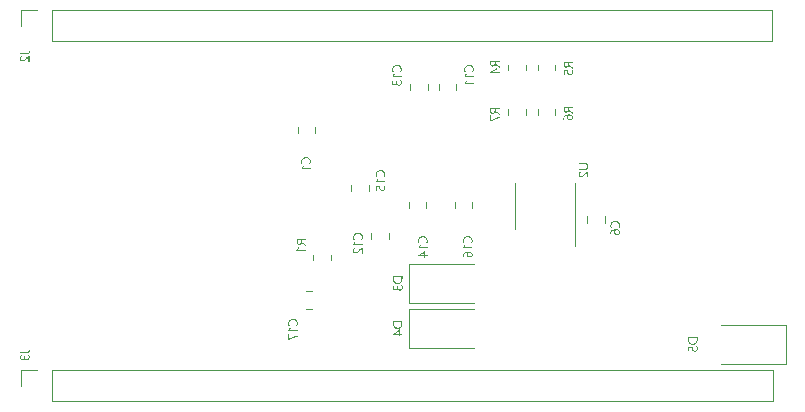
<source format=gbr>
%TF.GenerationSoftware,KiCad,Pcbnew,8.0.1*%
%TF.CreationDate,2024-03-27T10:15:15-03:00*%
%TF.ProjectId,CPU Stm32G431,43505520-5374-46d3-9332-473433312e6b,rev?*%
%TF.SameCoordinates,Original*%
%TF.FileFunction,Legend,Bot*%
%TF.FilePolarity,Positive*%
%FSLAX46Y46*%
G04 Gerber Fmt 4.6, Leading zero omitted, Abs format (unit mm)*
G04 Created by KiCad (PCBNEW 8.0.1) date 2024-03-27 10:15:15*
%MOMM*%
%LPD*%
G01*
G04 APERTURE LIST*
%ADD10C,0.150000*%
%ADD11C,0.120000*%
G04 APERTURE END LIST*
D10*
G36*
X141396438Y-114589714D02*
G01*
X141415167Y-114549446D01*
X141427559Y-114511655D01*
X141436572Y-114470842D01*
X141442205Y-114427007D01*
X141444458Y-114380149D01*
X141444505Y-114372045D01*
X141442816Y-114331034D01*
X141437751Y-114292117D01*
X141426672Y-114246416D01*
X141410316Y-114203987D01*
X141388684Y-114164831D01*
X141361777Y-114128947D01*
X141336452Y-114102596D01*
X141301039Y-114073494D01*
X141262335Y-114049325D01*
X141220340Y-114030088D01*
X141175053Y-114015783D01*
X141136453Y-114007891D01*
X141095747Y-114003156D01*
X141052935Y-114001578D01*
X141006880Y-114003354D01*
X140963090Y-114008685D01*
X140921566Y-114017569D01*
X140882307Y-114030007D01*
X140845313Y-114045999D01*
X140810585Y-114065545D01*
X140778122Y-114088644D01*
X140747924Y-114115297D01*
X140720676Y-114144725D01*
X140697061Y-114176052D01*
X140672651Y-114217882D01*
X140653917Y-114262679D01*
X140643018Y-114300652D01*
X140635752Y-114340525D01*
X140632119Y-114382296D01*
X140631665Y-114403894D01*
X140633038Y-114444600D01*
X140638114Y-114488669D01*
X140646930Y-114529054D01*
X140661584Y-114570697D01*
X140670743Y-114589714D01*
X140769222Y-114589714D01*
X140749732Y-114551858D01*
X140735028Y-114512318D01*
X140725112Y-114471096D01*
X140719983Y-114428190D01*
X140719201Y-114402917D01*
X140721381Y-114361735D01*
X140727921Y-114323061D01*
X140741525Y-114279966D01*
X140761407Y-114240483D01*
X140787568Y-114204614D01*
X140808496Y-114182708D01*
X140844091Y-114154022D01*
X140883903Y-114131271D01*
X140920302Y-114116845D01*
X140959630Y-114106541D01*
X141001887Y-114100359D01*
X141047073Y-114098298D01*
X141089939Y-114100220D01*
X141130001Y-114105988D01*
X141174372Y-114117984D01*
X141214704Y-114135517D01*
X141250997Y-114158586D01*
X141272949Y-114177042D01*
X141301502Y-114208375D01*
X141324148Y-114243170D01*
X141340886Y-114281428D01*
X141351717Y-114323148D01*
X141356640Y-114368330D01*
X141356968Y-114384160D01*
X141355210Y-114427583D01*
X141349934Y-114468753D01*
X141341141Y-114507670D01*
X141326438Y-114550226D01*
X141306947Y-114589714D01*
X141396438Y-114589714D01*
G37*
G36*
X141432000Y-115041075D02*
G01*
X141432000Y-114950998D01*
X140750855Y-114950998D01*
X140774889Y-114920517D01*
X140795835Y-114886089D01*
X140801658Y-114875381D01*
X140818919Y-114839698D01*
X140826277Y-114822624D01*
X140839727Y-114785120D01*
X140844254Y-114768500D01*
X140753200Y-114768500D01*
X140741217Y-114806999D01*
X140731902Y-114831417D01*
X140715807Y-114868477D01*
X140702006Y-114896874D01*
X140682827Y-114931970D01*
X140667226Y-114957642D01*
X140644817Y-114990325D01*
X140631665Y-115007077D01*
X140631665Y-115041075D01*
X141432000Y-115041075D01*
G37*
G36*
X140700443Y-115801745D02*
G01*
X140735370Y-115781717D01*
X140772262Y-115761147D01*
X140778015Y-115757977D01*
X140814486Y-115738459D01*
X140850719Y-115719746D01*
X140882355Y-115703853D01*
X140919381Y-115685908D01*
X140958162Y-115667735D01*
X140994566Y-115651183D01*
X141007017Y-115645625D01*
X141044851Y-115629228D01*
X141083397Y-115613449D01*
X141122654Y-115598288D01*
X141144770Y-115590133D01*
X141184822Y-115576120D01*
X141225182Y-115563095D01*
X141265852Y-115551060D01*
X141288580Y-115544802D01*
X141329391Y-115534661D01*
X141369831Y-115526220D01*
X141409899Y-115519480D01*
X141432000Y-115516469D01*
X141432000Y-115419749D01*
X141392530Y-115426189D01*
X141352597Y-115434298D01*
X141312200Y-115444077D01*
X141289557Y-115450231D01*
X141248887Y-115462298D01*
X141208650Y-115475201D01*
X141168846Y-115488938D01*
X141146919Y-115496930D01*
X141107989Y-115511890D01*
X141069893Y-115527313D01*
X141032632Y-115543200D01*
X141012293Y-115552227D01*
X140976622Y-115568464D01*
X140938909Y-115586179D01*
X140903219Y-115603551D01*
X140892907Y-115608696D01*
X140856951Y-115627082D01*
X140821203Y-115645877D01*
X140796773Y-115659107D01*
X140761748Y-115678522D01*
X140731706Y-115695646D01*
X140731706Y-115300559D01*
X140644170Y-115300559D01*
X140644170Y-115801745D01*
X140700443Y-115801745D01*
G37*
G36*
X150312000Y-110618200D02*
G01*
X150310271Y-110665436D01*
X150305087Y-110710230D01*
X150296447Y-110752582D01*
X150284351Y-110792491D01*
X150268799Y-110829958D01*
X150249791Y-110864983D01*
X150227327Y-110897565D01*
X150201406Y-110927704D01*
X150187278Y-110941711D01*
X150149505Y-110972776D01*
X150108231Y-110998193D01*
X150072690Y-111014459D01*
X150034909Y-111027111D01*
X149994887Y-111036148D01*
X149952624Y-111041570D01*
X149908120Y-111043378D01*
X149884498Y-111042971D01*
X149839504Y-111039718D01*
X149797509Y-111033212D01*
X149758514Y-111023453D01*
X149705646Y-111002715D01*
X149659527Y-110974658D01*
X149620157Y-110939281D01*
X149587536Y-110896585D01*
X149561665Y-110846570D01*
X149548167Y-110809161D01*
X149537668Y-110768498D01*
X149530169Y-110724583D01*
X149525670Y-110677414D01*
X149524170Y-110626992D01*
X149524170Y-110501549D01*
X149611706Y-110501549D01*
X149611706Y-110624648D01*
X149612873Y-110663641D01*
X149619000Y-110717414D01*
X149630379Y-110765527D01*
X149647009Y-110807979D01*
X149668891Y-110844771D01*
X149696024Y-110875903D01*
X149728409Y-110901375D01*
X149766045Y-110921186D01*
X149808933Y-110935337D01*
X149857073Y-110943827D01*
X149910464Y-110946657D01*
X149946960Y-110945308D01*
X149989575Y-110939826D01*
X150028850Y-110930127D01*
X150071573Y-110912921D01*
X150109487Y-110889643D01*
X150142593Y-110860293D01*
X150170416Y-110825562D01*
X150192482Y-110785994D01*
X150206474Y-110749327D01*
X150216468Y-110709302D01*
X150222464Y-110665919D01*
X150224463Y-110619177D01*
X150224463Y-110501549D01*
X149611706Y-110501549D01*
X149524170Y-110501549D01*
X149524170Y-110409323D01*
X150312000Y-110409323D01*
X150312000Y-110618200D01*
G37*
G36*
X150085538Y-111614320D02*
G01*
X150127616Y-111610998D01*
X150166534Y-111601034D01*
X150183430Y-111594194D01*
X150219505Y-111573576D01*
X150250792Y-111546600D01*
X150258852Y-111537725D01*
X150281932Y-111505619D01*
X150300367Y-111468675D01*
X150307310Y-111449993D01*
X150317788Y-111410261D01*
X150323145Y-111371233D01*
X150324505Y-111337446D01*
X150323021Y-111296795D01*
X150317539Y-111253485D01*
X150308018Y-111214607D01*
X150292191Y-111175601D01*
X150282300Y-111158269D01*
X150186947Y-111158269D01*
X150211310Y-111194251D01*
X150229690Y-111232438D01*
X150242085Y-111272833D01*
X150248496Y-111315434D01*
X150249473Y-111340768D01*
X150246836Y-111379993D01*
X150238922Y-111415213D01*
X150222854Y-111451352D01*
X150208050Y-111472268D01*
X150177844Y-111499015D01*
X150159201Y-111509197D01*
X150120473Y-111520280D01*
X150094526Y-111522093D01*
X150049099Y-111516727D01*
X150011372Y-111500627D01*
X149981345Y-111473794D01*
X149959017Y-111436227D01*
X149946698Y-111398446D01*
X149939306Y-111353795D01*
X149936842Y-111302275D01*
X149936842Y-111236818D01*
X149861811Y-111236818D01*
X149861811Y-111298953D01*
X149859576Y-111344566D01*
X149852872Y-111384096D01*
X149838206Y-111424957D01*
X149811388Y-111461447D01*
X149774513Y-111484253D01*
X149736102Y-111492806D01*
X149718782Y-111493566D01*
X149673894Y-111488352D01*
X149633262Y-111469090D01*
X149605271Y-111435635D01*
X149591340Y-111395662D01*
X149586825Y-111354386D01*
X149586696Y-111345262D01*
X149589822Y-111304107D01*
X149599201Y-111264271D01*
X149614833Y-111225754D01*
X149636717Y-111188555D01*
X149554260Y-111188555D01*
X149535625Y-111227964D01*
X149523686Y-111265392D01*
X149515824Y-111305568D01*
X149512039Y-111348494D01*
X149511665Y-111367732D01*
X149514245Y-111409192D01*
X149522737Y-111449630D01*
X149525147Y-111457223D01*
X149541364Y-111494396D01*
X149563053Y-111525806D01*
X149591761Y-111552629D01*
X149621672Y-111570160D01*
X149659780Y-111582357D01*
X149696703Y-111585792D01*
X149741903Y-111581957D01*
X149781760Y-111570451D01*
X149816275Y-111551274D01*
X149845447Y-111524426D01*
X149869276Y-111489908D01*
X149887762Y-111447718D01*
X149893660Y-111428695D01*
X149895810Y-111428695D01*
X149902990Y-111467237D01*
X149915545Y-111502749D01*
X149935596Y-111538188D01*
X149955210Y-111561563D01*
X149987244Y-111587174D01*
X150012655Y-111600251D01*
X150051969Y-111611627D01*
X150085538Y-111614320D01*
G37*
G36*
X165712921Y-101393552D02*
G01*
X165753073Y-101392382D01*
X165808445Y-101386239D01*
X165857989Y-101374831D01*
X165901703Y-101358157D01*
X165939589Y-101336218D01*
X165971647Y-101309014D01*
X165997876Y-101276545D01*
X166018276Y-101238810D01*
X166032847Y-101195809D01*
X166041590Y-101147544D01*
X166044505Y-101094013D01*
X166041702Y-101042752D01*
X166033294Y-100996532D01*
X166019281Y-100955355D01*
X165999662Y-100919220D01*
X165974438Y-100888127D01*
X165943608Y-100862077D01*
X165907173Y-100841068D01*
X165865133Y-100825101D01*
X165817487Y-100814177D01*
X165764236Y-100808294D01*
X165725621Y-100807174D01*
X165244170Y-100807174D01*
X165244170Y-100899595D01*
X165716438Y-100899595D01*
X165759423Y-100901392D01*
X165798180Y-100906781D01*
X165843280Y-100919555D01*
X165880863Y-100938716D01*
X165910929Y-100964263D01*
X165933479Y-100996198D01*
X165948512Y-101034520D01*
X165956029Y-101079228D01*
X165956968Y-101103978D01*
X165953338Y-101150231D01*
X165942448Y-101190318D01*
X165918626Y-101231753D01*
X165883459Y-101263552D01*
X165847159Y-101282054D01*
X165803598Y-101294388D01*
X165752777Y-101300555D01*
X165724644Y-101301326D01*
X165244170Y-101301326D01*
X165244170Y-101393552D01*
X165712921Y-101393552D01*
G37*
G36*
X165449138Y-101907048D02*
G01*
X165409682Y-101903053D01*
X165386417Y-101895715D01*
X165352580Y-101875365D01*
X165341867Y-101865039D01*
X165320361Y-101831883D01*
X165315489Y-101819121D01*
X165307555Y-101780819D01*
X165306696Y-101762066D01*
X165310872Y-101723048D01*
X165314121Y-101710286D01*
X165328556Y-101673137D01*
X165334833Y-101661047D01*
X165356377Y-101627587D01*
X165366291Y-101614934D01*
X165393217Y-101585784D01*
X165406738Y-101573510D01*
X165308650Y-101573510D01*
X165283133Y-101603204D01*
X165261070Y-101638225D01*
X165251595Y-101658311D01*
X165239450Y-101696514D01*
X165233241Y-101736602D01*
X165231665Y-101773008D01*
X165234320Y-101813987D01*
X165243058Y-101854740D01*
X165245538Y-101862498D01*
X165261377Y-101898746D01*
X165284519Y-101932109D01*
X165286180Y-101934013D01*
X165315879Y-101961026D01*
X165351832Y-101981494D01*
X165391002Y-101993976D01*
X165432130Y-101998731D01*
X165441518Y-101998884D01*
X165483000Y-101996522D01*
X165522989Y-101988798D01*
X165525342Y-101988137D01*
X165563989Y-101973630D01*
X165596075Y-101955702D01*
X165628461Y-101931180D01*
X165657670Y-101903044D01*
X165659578Y-101900991D01*
X165686436Y-101870024D01*
X165711711Y-101837251D01*
X165721518Y-101823615D01*
X165744836Y-101790841D01*
X165767928Y-101759197D01*
X165788343Y-101732170D01*
X165813582Y-101701685D01*
X165840318Y-101674920D01*
X165873632Y-101651815D01*
X165888775Y-101645220D01*
X165927339Y-101637483D01*
X165944463Y-101636818D01*
X165944463Y-102029170D01*
X166032000Y-102029170D01*
X166032000Y-101542833D01*
X165992921Y-101542833D01*
X165953675Y-101544639D01*
X165913441Y-101551211D01*
X165903625Y-101553776D01*
X165866061Y-101568284D01*
X165832530Y-101588362D01*
X165830353Y-101589923D01*
X165799957Y-101615104D01*
X165771800Y-101643777D01*
X165760988Y-101656162D01*
X165736037Y-101686542D01*
X165711552Y-101717928D01*
X165688047Y-101749242D01*
X165682635Y-101756595D01*
X165658129Y-101789041D01*
X165632676Y-101818790D01*
X165623821Y-101828109D01*
X165593926Y-101855636D01*
X165567547Y-101874613D01*
X165532071Y-101892626D01*
X165510492Y-101899623D01*
X165471022Y-101906171D01*
X165449138Y-101907048D01*
G37*
G36*
X158532000Y-96258995D02*
G01*
X158194358Y-96258995D01*
X158194358Y-96334808D01*
X158194459Y-96341220D01*
X158200806Y-96381312D01*
X158202046Y-96385170D01*
X158220932Y-96419805D01*
X158227385Y-96427623D01*
X158256689Y-96454780D01*
X158275953Y-96468786D01*
X158309445Y-96489951D01*
X158532000Y-96621842D01*
X158532000Y-96731654D01*
X158292642Y-96583740D01*
X158280039Y-96575925D01*
X158246919Y-96554822D01*
X158243257Y-96552401D01*
X158211748Y-96528639D01*
X158184784Y-96500893D01*
X158164463Y-96466699D01*
X158162314Y-96466699D01*
X158150759Y-96502534D01*
X158133200Y-96538995D01*
X158115291Y-96565373D01*
X158087868Y-96593901D01*
X158063062Y-96611885D01*
X158027101Y-96629072D01*
X157991246Y-96638451D01*
X157952069Y-96641577D01*
X157939234Y-96641293D01*
X157900388Y-96636449D01*
X157861016Y-96623406D01*
X157858586Y-96622256D01*
X157825210Y-96601717D01*
X157795949Y-96572994D01*
X157792729Y-96568942D01*
X157771935Y-96535638D01*
X157757066Y-96497181D01*
X157753351Y-96483369D01*
X157746298Y-96442614D01*
X157744170Y-96402024D01*
X157744170Y-96258995D01*
X157831706Y-96258995D01*
X157831706Y-96385415D01*
X157834411Y-96426144D01*
X157845063Y-96468030D01*
X157865900Y-96503824D01*
X157882065Y-96519813D01*
X157918932Y-96539087D01*
X157960862Y-96544857D01*
X157983340Y-96543426D01*
X158022020Y-96532743D01*
X158036633Y-96525186D01*
X158067938Y-96499135D01*
X158079818Y-96483523D01*
X158096856Y-96448332D01*
X158103308Y-96423616D01*
X158106822Y-96384243D01*
X158106822Y-96258995D01*
X157831706Y-96258995D01*
X157744170Y-96258995D01*
X157744170Y-96166769D01*
X158532000Y-96166769D01*
X158532000Y-96258995D01*
G37*
G36*
X157800443Y-97288332D02*
G01*
X157835370Y-97268304D01*
X157872262Y-97247734D01*
X157878015Y-97244564D01*
X157914486Y-97225046D01*
X157950719Y-97206334D01*
X157982355Y-97190440D01*
X158019381Y-97172495D01*
X158058162Y-97154322D01*
X158094566Y-97137771D01*
X158107017Y-97132212D01*
X158144851Y-97115815D01*
X158183397Y-97100036D01*
X158222654Y-97084876D01*
X158244770Y-97076720D01*
X158284822Y-97062707D01*
X158325182Y-97049683D01*
X158365852Y-97037647D01*
X158388580Y-97031389D01*
X158429391Y-97021248D01*
X158469831Y-97012807D01*
X158509899Y-97006067D01*
X158532000Y-97003057D01*
X158532000Y-96906336D01*
X158492530Y-96912776D01*
X158452597Y-96920886D01*
X158412200Y-96930664D01*
X158389557Y-96936818D01*
X158348887Y-96948886D01*
X158308650Y-96961788D01*
X158268846Y-96975525D01*
X158246919Y-96983517D01*
X158207989Y-96998477D01*
X158169893Y-97013900D01*
X158132632Y-97029787D01*
X158112293Y-97038814D01*
X158076622Y-97055051D01*
X158038909Y-97072766D01*
X158003219Y-97090138D01*
X157992907Y-97095283D01*
X157956951Y-97113670D01*
X157921203Y-97132464D01*
X157896773Y-97145694D01*
X157861748Y-97165109D01*
X157831706Y-97182233D01*
X157831706Y-96787146D01*
X157744170Y-96787146D01*
X157744170Y-97288332D01*
X157800443Y-97288332D01*
G37*
G36*
X152396438Y-107589714D02*
G01*
X152415167Y-107549446D01*
X152427559Y-107511655D01*
X152436572Y-107470842D01*
X152442205Y-107427007D01*
X152444458Y-107380149D01*
X152444505Y-107372045D01*
X152442816Y-107331034D01*
X152437751Y-107292117D01*
X152426672Y-107246416D01*
X152410316Y-107203987D01*
X152388684Y-107164831D01*
X152361777Y-107128947D01*
X152336452Y-107102596D01*
X152301039Y-107073494D01*
X152262335Y-107049325D01*
X152220340Y-107030088D01*
X152175053Y-107015783D01*
X152136453Y-107007891D01*
X152095747Y-107003156D01*
X152052935Y-107001578D01*
X152006880Y-107003354D01*
X151963090Y-107008685D01*
X151921566Y-107017569D01*
X151882307Y-107030007D01*
X151845313Y-107045999D01*
X151810585Y-107065545D01*
X151778122Y-107088644D01*
X151747924Y-107115297D01*
X151720676Y-107144725D01*
X151697061Y-107176052D01*
X151672651Y-107217882D01*
X151653917Y-107262679D01*
X151643018Y-107300652D01*
X151635752Y-107340525D01*
X151632119Y-107382296D01*
X151631665Y-107403894D01*
X151633038Y-107444600D01*
X151638114Y-107488669D01*
X151646930Y-107529054D01*
X151661584Y-107570697D01*
X151670743Y-107589714D01*
X151769222Y-107589714D01*
X151749732Y-107551858D01*
X151735028Y-107512318D01*
X151725112Y-107471096D01*
X151719983Y-107428190D01*
X151719201Y-107402917D01*
X151721381Y-107361735D01*
X151727921Y-107323061D01*
X151741525Y-107279966D01*
X151761407Y-107240483D01*
X151787568Y-107204614D01*
X151808496Y-107182708D01*
X151844091Y-107154022D01*
X151883903Y-107131271D01*
X151920302Y-107116845D01*
X151959630Y-107106541D01*
X152001887Y-107100359D01*
X152047073Y-107098298D01*
X152089939Y-107100220D01*
X152130001Y-107105988D01*
X152174372Y-107117984D01*
X152214704Y-107135517D01*
X152250997Y-107158586D01*
X152272949Y-107177042D01*
X152301502Y-107208375D01*
X152324148Y-107243170D01*
X152340886Y-107281428D01*
X152351717Y-107323148D01*
X152356640Y-107368330D01*
X152356968Y-107384160D01*
X152355210Y-107427583D01*
X152349934Y-107468753D01*
X152341141Y-107507670D01*
X152326438Y-107550226D01*
X152306947Y-107589714D01*
X152396438Y-107589714D01*
G37*
G36*
X152432000Y-108041075D02*
G01*
X152432000Y-107950998D01*
X151750855Y-107950998D01*
X151774889Y-107920517D01*
X151795835Y-107886089D01*
X151801658Y-107875381D01*
X151818919Y-107839698D01*
X151826277Y-107822624D01*
X151839727Y-107785120D01*
X151844254Y-107768500D01*
X151753200Y-107768500D01*
X151741217Y-107806999D01*
X151731902Y-107831417D01*
X151715807Y-107868477D01*
X151702006Y-107896874D01*
X151682827Y-107931970D01*
X151667226Y-107957642D01*
X151644817Y-107990325D01*
X151631665Y-108007077D01*
X151631665Y-108041075D01*
X152432000Y-108041075D01*
G37*
G36*
X152244421Y-108624718D02*
G01*
X152432000Y-108624718D01*
X152432000Y-108713818D01*
X152244421Y-108713818D01*
X152244421Y-108814836D01*
X152169390Y-108814836D01*
X152169390Y-108713818D01*
X151644170Y-108713818D01*
X151644170Y-108624718D01*
X151779969Y-108624718D01*
X152169390Y-108624718D01*
X152169390Y-108356051D01*
X152160878Y-108362841D01*
X152130125Y-108387375D01*
X152097875Y-108413106D01*
X152078470Y-108428432D01*
X152047302Y-108452108D01*
X152013660Y-108476609D01*
X152010732Y-108478688D01*
X151977180Y-108502016D01*
X151944554Y-108523945D01*
X151909906Y-108546560D01*
X151887894Y-108560560D01*
X151852842Y-108582126D01*
X151815347Y-108604372D01*
X151779969Y-108624718D01*
X151644170Y-108624718D01*
X151644170Y-108617488D01*
X151667896Y-108606550D01*
X151704259Y-108588417D01*
X151741549Y-108568212D01*
X151775475Y-108548514D01*
X151809693Y-108527631D01*
X151843960Y-108505820D01*
X151878277Y-108483081D01*
X151912642Y-108459414D01*
X151946909Y-108435088D01*
X151980932Y-108410175D01*
X152014711Y-108384676D01*
X152048245Y-108358591D01*
X152081157Y-108332286D01*
X152113067Y-108306127D01*
X152143976Y-108280116D01*
X152173884Y-108254250D01*
X152244421Y-108254250D01*
X152244421Y-108624718D01*
G37*
G36*
X146896438Y-107289714D02*
G01*
X146915167Y-107249446D01*
X146927559Y-107211655D01*
X146936572Y-107170842D01*
X146942205Y-107127007D01*
X146944458Y-107080149D01*
X146944505Y-107072045D01*
X146942816Y-107031034D01*
X146937751Y-106992117D01*
X146926672Y-106946416D01*
X146910316Y-106903987D01*
X146888684Y-106864831D01*
X146861777Y-106828947D01*
X146836452Y-106802596D01*
X146801039Y-106773494D01*
X146762335Y-106749325D01*
X146720340Y-106730088D01*
X146675053Y-106715783D01*
X146636453Y-106707891D01*
X146595747Y-106703156D01*
X146552935Y-106701578D01*
X146506880Y-106703354D01*
X146463090Y-106708685D01*
X146421566Y-106717569D01*
X146382307Y-106730007D01*
X146345313Y-106745999D01*
X146310585Y-106765545D01*
X146278122Y-106788644D01*
X146247924Y-106815297D01*
X146220676Y-106844725D01*
X146197061Y-106876052D01*
X146172651Y-106917882D01*
X146153917Y-106962679D01*
X146143018Y-107000652D01*
X146135752Y-107040525D01*
X146132119Y-107082296D01*
X146131665Y-107103894D01*
X146133038Y-107144600D01*
X146138114Y-107188669D01*
X146146930Y-107229054D01*
X146161584Y-107270697D01*
X146170743Y-107289714D01*
X146269222Y-107289714D01*
X146249732Y-107251858D01*
X146235028Y-107212318D01*
X146225112Y-107171096D01*
X146219983Y-107128190D01*
X146219201Y-107102917D01*
X146221381Y-107061735D01*
X146227921Y-107023061D01*
X146241525Y-106979966D01*
X146261407Y-106940483D01*
X146287568Y-106904614D01*
X146308496Y-106882708D01*
X146344091Y-106854022D01*
X146383903Y-106831271D01*
X146420302Y-106816845D01*
X146459630Y-106806541D01*
X146501887Y-106800359D01*
X146547073Y-106798298D01*
X146589939Y-106800220D01*
X146630001Y-106805988D01*
X146674372Y-106817984D01*
X146714704Y-106835517D01*
X146750997Y-106858586D01*
X146772949Y-106877042D01*
X146801502Y-106908375D01*
X146824148Y-106943170D01*
X146840886Y-106981428D01*
X146851717Y-107023148D01*
X146856640Y-107068330D01*
X146856968Y-107084160D01*
X146855210Y-107127583D01*
X146849934Y-107168753D01*
X146841141Y-107207670D01*
X146826438Y-107250226D01*
X146806947Y-107289714D01*
X146896438Y-107289714D01*
G37*
G36*
X146932000Y-107741075D02*
G01*
X146932000Y-107650998D01*
X146250855Y-107650998D01*
X146274889Y-107620517D01*
X146295835Y-107586089D01*
X146301658Y-107575381D01*
X146318919Y-107539698D01*
X146326277Y-107522624D01*
X146339727Y-107485120D01*
X146344254Y-107468500D01*
X146253200Y-107468500D01*
X146241217Y-107506999D01*
X146231902Y-107531417D01*
X146215807Y-107568477D01*
X146202006Y-107596874D01*
X146182827Y-107631970D01*
X146167226Y-107657642D01*
X146144817Y-107690325D01*
X146131665Y-107707077D01*
X146131665Y-107741075D01*
X146932000Y-107741075D01*
G37*
G36*
X146349138Y-108370831D02*
G01*
X146309682Y-108366836D01*
X146286417Y-108359498D01*
X146252580Y-108339147D01*
X146241867Y-108328821D01*
X146220361Y-108295665D01*
X146215489Y-108282903D01*
X146207555Y-108244602D01*
X146206696Y-108225848D01*
X146210872Y-108186831D01*
X146214121Y-108174069D01*
X146228556Y-108136920D01*
X146234833Y-108124830D01*
X146256377Y-108091370D01*
X146266291Y-108078716D01*
X146293217Y-108049566D01*
X146306738Y-108037293D01*
X146208650Y-108037293D01*
X146183133Y-108066987D01*
X146161070Y-108102008D01*
X146151595Y-108122094D01*
X146139450Y-108160297D01*
X146133241Y-108200385D01*
X146131665Y-108236790D01*
X146134320Y-108277770D01*
X146143058Y-108318522D01*
X146145538Y-108326281D01*
X146161377Y-108362528D01*
X146184519Y-108395892D01*
X146186180Y-108397795D01*
X146215879Y-108424809D01*
X146251832Y-108445276D01*
X146291002Y-108457758D01*
X146332130Y-108462513D01*
X146341518Y-108462666D01*
X146383000Y-108460305D01*
X146422989Y-108452581D01*
X146425342Y-108451920D01*
X146463989Y-108437413D01*
X146496075Y-108419484D01*
X146528461Y-108394962D01*
X146557670Y-108366826D01*
X146559578Y-108364774D01*
X146586436Y-108333807D01*
X146611711Y-108301033D01*
X146621518Y-108287398D01*
X146644836Y-108254623D01*
X146667928Y-108222979D01*
X146688343Y-108195953D01*
X146713582Y-108165468D01*
X146740318Y-108138703D01*
X146773632Y-108115597D01*
X146788775Y-108109003D01*
X146827339Y-108101265D01*
X146844463Y-108100601D01*
X146844463Y-108492952D01*
X146932000Y-108492952D01*
X146932000Y-108006616D01*
X146892921Y-108006616D01*
X146853675Y-108008422D01*
X146813441Y-108014994D01*
X146803625Y-108017558D01*
X146766061Y-108032066D01*
X146732530Y-108052145D01*
X146730353Y-108053706D01*
X146699957Y-108078887D01*
X146671800Y-108107560D01*
X146660988Y-108119945D01*
X146636037Y-108150325D01*
X146611552Y-108181710D01*
X146588047Y-108213024D01*
X146582635Y-108220377D01*
X146558129Y-108252823D01*
X146532676Y-108282572D01*
X146523821Y-108291892D01*
X146493926Y-108319419D01*
X146467547Y-108338395D01*
X146432071Y-108356408D01*
X146410492Y-108363406D01*
X146371022Y-108369954D01*
X146349138Y-108370831D01*
G37*
G36*
X118449264Y-116903629D02*
G01*
X118491466Y-116902179D01*
X118530635Y-116897828D01*
X118573632Y-116888779D01*
X118612261Y-116875553D01*
X118651806Y-116854845D01*
X118666933Y-116844229D01*
X118697159Y-116816325D01*
X118719961Y-116784587D01*
X118736929Y-116743622D01*
X118743823Y-116703669D01*
X118744505Y-116685374D01*
X118741371Y-116645749D01*
X118730241Y-116609561D01*
X118631958Y-116609561D01*
X118651473Y-116646080D01*
X118656968Y-116686546D01*
X118649584Y-116728911D01*
X118627430Y-116762512D01*
X118590507Y-116787346D01*
X118548457Y-116801347D01*
X118507431Y-116808164D01*
X118459842Y-116811086D01*
X118446919Y-116811207D01*
X117944170Y-116811207D01*
X117944170Y-116903629D01*
X118449264Y-116903629D01*
G37*
G36*
X118505538Y-117521661D02*
G01*
X118547616Y-117518340D01*
X118586534Y-117508375D01*
X118603430Y-117501535D01*
X118639505Y-117480918D01*
X118670792Y-117453942D01*
X118678852Y-117445067D01*
X118701932Y-117412960D01*
X118720367Y-117376017D01*
X118727310Y-117357334D01*
X118737788Y-117317602D01*
X118743145Y-117278574D01*
X118744505Y-117244787D01*
X118743021Y-117204137D01*
X118737539Y-117160827D01*
X118728018Y-117121948D01*
X118712191Y-117082943D01*
X118702300Y-117065611D01*
X118606947Y-117065611D01*
X118631310Y-117101592D01*
X118649690Y-117139780D01*
X118662085Y-117180174D01*
X118668496Y-117222775D01*
X118669473Y-117248109D01*
X118666836Y-117287334D01*
X118658922Y-117322554D01*
X118642854Y-117358693D01*
X118628050Y-117379609D01*
X118597844Y-117406357D01*
X118579201Y-117416539D01*
X118540473Y-117427621D01*
X118514526Y-117429435D01*
X118469099Y-117424068D01*
X118431372Y-117407968D01*
X118401345Y-117381135D01*
X118379017Y-117343568D01*
X118366698Y-117305787D01*
X118359306Y-117261136D01*
X118356842Y-117209616D01*
X118356842Y-117144159D01*
X118281811Y-117144159D01*
X118281811Y-117206295D01*
X118279576Y-117251907D01*
X118272872Y-117291438D01*
X118258206Y-117332299D01*
X118231388Y-117368789D01*
X118194513Y-117391595D01*
X118156102Y-117400147D01*
X118138782Y-117400907D01*
X118093894Y-117395694D01*
X118053262Y-117376431D01*
X118025271Y-117342976D01*
X118011340Y-117303003D01*
X118006825Y-117261727D01*
X118006696Y-117252603D01*
X118009822Y-117211448D01*
X118019201Y-117171612D01*
X118034833Y-117133095D01*
X118056717Y-117095897D01*
X117974260Y-117095897D01*
X117955625Y-117135306D01*
X117943686Y-117172733D01*
X117935824Y-117212910D01*
X117932039Y-117255835D01*
X117931665Y-117275073D01*
X117934245Y-117316534D01*
X117942737Y-117356971D01*
X117945147Y-117364564D01*
X117961364Y-117401738D01*
X117983053Y-117433147D01*
X118011761Y-117459971D01*
X118041672Y-117477502D01*
X118079780Y-117489699D01*
X118116703Y-117493134D01*
X118161903Y-117489298D01*
X118201760Y-117477792D01*
X118236275Y-117458615D01*
X118265447Y-117431767D01*
X118289276Y-117397249D01*
X118307762Y-117355060D01*
X118313660Y-117336037D01*
X118315810Y-117336037D01*
X118322990Y-117374578D01*
X118335545Y-117410091D01*
X118355596Y-117445530D01*
X118375210Y-117468905D01*
X118407244Y-117494515D01*
X118432655Y-117507593D01*
X118471969Y-117518968D01*
X118505538Y-117521661D01*
G37*
G36*
X164732000Y-92358995D02*
G01*
X164394358Y-92358995D01*
X164394358Y-92434808D01*
X164394459Y-92441220D01*
X164400806Y-92481312D01*
X164402046Y-92485170D01*
X164420932Y-92519805D01*
X164427385Y-92527623D01*
X164456689Y-92554780D01*
X164475953Y-92568786D01*
X164509445Y-92589951D01*
X164732000Y-92721842D01*
X164732000Y-92831654D01*
X164492642Y-92683740D01*
X164480039Y-92675925D01*
X164446919Y-92654822D01*
X164443257Y-92652401D01*
X164411748Y-92628639D01*
X164384784Y-92600893D01*
X164364463Y-92566699D01*
X164362314Y-92566699D01*
X164350759Y-92602534D01*
X164333200Y-92638995D01*
X164315291Y-92665373D01*
X164287868Y-92693901D01*
X164263062Y-92711885D01*
X164227101Y-92729072D01*
X164191246Y-92738451D01*
X164152069Y-92741577D01*
X164139234Y-92741293D01*
X164100388Y-92736449D01*
X164061016Y-92723406D01*
X164058586Y-92722256D01*
X164025210Y-92701717D01*
X163995949Y-92672994D01*
X163992729Y-92668942D01*
X163971935Y-92635638D01*
X163957066Y-92597181D01*
X163953351Y-92583369D01*
X163946298Y-92542614D01*
X163944170Y-92502024D01*
X163944170Y-92358995D01*
X164031706Y-92358995D01*
X164031706Y-92485415D01*
X164034411Y-92526144D01*
X164045063Y-92568030D01*
X164065900Y-92603824D01*
X164082065Y-92619813D01*
X164118932Y-92639087D01*
X164160862Y-92644857D01*
X164183340Y-92643426D01*
X164222020Y-92632743D01*
X164236633Y-92625186D01*
X164267938Y-92599135D01*
X164279818Y-92583523D01*
X164296856Y-92548332D01*
X164303308Y-92523616D01*
X164306822Y-92484243D01*
X164306822Y-92358995D01*
X164031706Y-92358995D01*
X163944170Y-92358995D01*
X163944170Y-92266769D01*
X164732000Y-92266769D01*
X164732000Y-92358995D01*
G37*
G36*
X164492251Y-93365666D02*
G01*
X164533650Y-93362891D01*
X164571972Y-93354566D01*
X164595810Y-93345932D01*
X164631275Y-93327092D01*
X164662419Y-93302640D01*
X164675335Y-93289463D01*
X164699809Y-93257292D01*
X164719252Y-93220155D01*
X164726528Y-93201340D01*
X164737483Y-93161003D01*
X164743083Y-93121131D01*
X164744505Y-93086448D01*
X164743378Y-93047254D01*
X164739216Y-93006546D01*
X164730704Y-92966640D01*
X164716340Y-92930182D01*
X164712460Y-92923294D01*
X164619452Y-92923294D01*
X164638943Y-92958606D01*
X164655356Y-92999397D01*
X164665517Y-93040653D01*
X164669424Y-93082373D01*
X164669473Y-93087620D01*
X164666298Y-93128409D01*
X164656773Y-93164801D01*
X164639393Y-93200274D01*
X164621602Y-93223419D01*
X164591380Y-93248196D01*
X164566891Y-93260544D01*
X164528925Y-93270972D01*
X164496745Y-93273440D01*
X164455974Y-93269345D01*
X164416872Y-93255186D01*
X164384296Y-93230914D01*
X164375796Y-93221661D01*
X164352612Y-93184860D01*
X164339088Y-93143941D01*
X164332905Y-93101367D01*
X164331832Y-93071793D01*
X164332418Y-93038186D01*
X164333786Y-93003015D01*
X164335740Y-92968625D01*
X164338475Y-92938144D01*
X163944170Y-92965108D01*
X163944170Y-93329519D01*
X164031706Y-93329519D01*
X164031706Y-93043266D01*
X164259536Y-93027244D01*
X164257778Y-93064564D01*
X164256801Y-93099735D01*
X164258740Y-93141286D01*
X164265280Y-93183033D01*
X164273214Y-93211891D01*
X164288712Y-93249542D01*
X164310597Y-93284462D01*
X164319718Y-93295520D01*
X164348836Y-93322432D01*
X164383190Y-93342985D01*
X164393967Y-93347690D01*
X164431303Y-93359329D01*
X164472185Y-93365035D01*
X164492251Y-93365666D01*
G37*
G36*
X164732000Y-96158995D02*
G01*
X164394358Y-96158995D01*
X164394358Y-96234808D01*
X164394459Y-96241220D01*
X164400806Y-96281312D01*
X164402046Y-96285170D01*
X164420932Y-96319805D01*
X164427385Y-96327623D01*
X164456689Y-96354780D01*
X164475953Y-96368786D01*
X164509445Y-96389951D01*
X164732000Y-96521842D01*
X164732000Y-96631654D01*
X164492642Y-96483740D01*
X164480039Y-96475925D01*
X164446919Y-96454822D01*
X164443257Y-96452401D01*
X164411748Y-96428639D01*
X164384784Y-96400893D01*
X164364463Y-96366699D01*
X164362314Y-96366699D01*
X164350759Y-96402534D01*
X164333200Y-96438995D01*
X164315291Y-96465373D01*
X164287868Y-96493901D01*
X164263062Y-96511885D01*
X164227101Y-96529072D01*
X164191246Y-96538451D01*
X164152069Y-96541577D01*
X164139234Y-96541293D01*
X164100388Y-96536449D01*
X164061016Y-96523406D01*
X164058586Y-96522256D01*
X164025210Y-96501717D01*
X163995949Y-96472994D01*
X163992729Y-96468942D01*
X163971935Y-96435638D01*
X163957066Y-96397181D01*
X163953351Y-96383369D01*
X163946298Y-96342614D01*
X163944170Y-96302024D01*
X163944170Y-96158995D01*
X164031706Y-96158995D01*
X164031706Y-96285415D01*
X164034411Y-96326144D01*
X164045063Y-96368030D01*
X164065900Y-96403824D01*
X164082065Y-96419813D01*
X164118932Y-96439087D01*
X164160862Y-96444857D01*
X164183340Y-96443426D01*
X164222020Y-96432743D01*
X164236633Y-96425186D01*
X164267938Y-96399135D01*
X164279818Y-96383523D01*
X164296856Y-96348332D01*
X164303308Y-96323616D01*
X164306822Y-96284243D01*
X164306822Y-96158995D01*
X164031706Y-96158995D01*
X163944170Y-96158995D01*
X163944170Y-96066769D01*
X164732000Y-96066769D01*
X164732000Y-96158995D01*
G37*
G36*
X164415816Y-96694778D02*
G01*
X164455072Y-96697434D01*
X164496695Y-96702962D01*
X164535628Y-96711179D01*
X164575409Y-96723330D01*
X164614584Y-96740223D01*
X164648957Y-96760810D01*
X164670756Y-96778102D01*
X164698370Y-96807338D01*
X164719885Y-96840530D01*
X164731786Y-96867992D01*
X164741596Y-96907637D01*
X164744505Y-96947020D01*
X164743832Y-96966683D01*
X164737754Y-97007446D01*
X164725356Y-97045694D01*
X164718934Y-97059673D01*
X164698710Y-97093113D01*
X164671232Y-97124438D01*
X164657736Y-97136313D01*
X164625384Y-97158554D01*
X164588775Y-97176022D01*
X164564351Y-97184229D01*
X164525517Y-97192142D01*
X164484044Y-97194780D01*
X164467496Y-97194389D01*
X164426747Y-97189711D01*
X164386542Y-97178758D01*
X164378407Y-97175670D01*
X164343305Y-97158082D01*
X164310925Y-97133426D01*
X164307000Y-97129715D01*
X164281166Y-97098811D01*
X164261685Y-97062498D01*
X164256676Y-97049305D01*
X164247165Y-97009726D01*
X164244295Y-96969491D01*
X164245858Y-96949170D01*
X164319327Y-96949170D01*
X164321058Y-96975328D01*
X164331637Y-97014041D01*
X164340277Y-97030993D01*
X164366808Y-97062108D01*
X164385327Y-97075471D01*
X164422300Y-97092003D01*
X164454694Y-97099576D01*
X164495768Y-97102554D01*
X164526073Y-97100716D01*
X164566305Y-97091417D01*
X164587139Y-97082855D01*
X164621016Y-97060740D01*
X164635555Y-97046179D01*
X164656773Y-97012868D01*
X164664512Y-96991033D01*
X164669473Y-96950733D01*
X164667385Y-96925234D01*
X164654623Y-96886643D01*
X164641773Y-96866200D01*
X164613395Y-96837013D01*
X164588802Y-96820515D01*
X164552237Y-96804578D01*
X164515747Y-96795932D01*
X164476619Y-96793050D01*
X164455004Y-96794435D01*
X164416047Y-96804773D01*
X164397154Y-96814030D01*
X164365831Y-96837599D01*
X164352116Y-96852874D01*
X164331832Y-96887034D01*
X164324212Y-96909144D01*
X164319327Y-96949170D01*
X164245858Y-96949170D01*
X164247716Y-96925009D01*
X164257979Y-96885502D01*
X164278600Y-96845695D01*
X164308533Y-96812658D01*
X164341602Y-96789728D01*
X164341602Y-96787579D01*
X164327510Y-96787721D01*
X164286720Y-96789859D01*
X164244008Y-96795244D01*
X164204044Y-96803796D01*
X164170640Y-96814016D01*
X164133717Y-96829488D01*
X164098336Y-96850105D01*
X164082623Y-96861888D01*
X164053387Y-96890340D01*
X164030729Y-96922791D01*
X164022562Y-96939056D01*
X164010662Y-96976793D01*
X164006696Y-97017948D01*
X164007026Y-97030566D01*
X164012887Y-97071782D01*
X164026077Y-97111701D01*
X164044212Y-97146518D01*
X163955112Y-97146518D01*
X163952273Y-97140214D01*
X163939931Y-97101096D01*
X163933519Y-97059002D01*
X163931665Y-97015799D01*
X163931950Y-97002182D01*
X163936226Y-96962795D01*
X163946995Y-96921606D01*
X163964100Y-96883126D01*
X163970385Y-96872175D01*
X163994810Y-96837828D01*
X164024577Y-96806802D01*
X164055935Y-96781717D01*
X164083082Y-96764254D01*
X164121392Y-96744494D01*
X164158664Y-96729473D01*
X164198964Y-96716846D01*
X164220121Y-96711534D01*
X164258587Y-96703941D01*
X164298885Y-96698518D01*
X164341016Y-96695265D01*
X164384979Y-96694180D01*
X164415816Y-96694778D01*
G37*
G36*
X150307000Y-114418200D02*
G01*
X150305271Y-114465436D01*
X150300087Y-114510230D01*
X150291447Y-114552582D01*
X150279351Y-114592491D01*
X150263799Y-114629958D01*
X150244791Y-114664983D01*
X150222327Y-114697565D01*
X150196406Y-114727704D01*
X150182278Y-114741711D01*
X150144505Y-114772776D01*
X150103231Y-114798193D01*
X150067690Y-114814459D01*
X150029909Y-114827111D01*
X149989887Y-114836148D01*
X149947624Y-114841570D01*
X149903120Y-114843378D01*
X149879498Y-114842971D01*
X149834504Y-114839718D01*
X149792509Y-114833212D01*
X149753514Y-114823453D01*
X149700646Y-114802715D01*
X149654527Y-114774658D01*
X149615157Y-114739281D01*
X149582536Y-114696585D01*
X149556665Y-114646570D01*
X149543167Y-114609161D01*
X149532668Y-114568498D01*
X149525169Y-114524583D01*
X149520670Y-114477414D01*
X149519170Y-114426992D01*
X149519170Y-114301549D01*
X149606706Y-114301549D01*
X149606706Y-114424648D01*
X149607873Y-114463641D01*
X149614000Y-114517414D01*
X149625379Y-114565527D01*
X149642009Y-114607979D01*
X149663891Y-114644771D01*
X149691024Y-114675903D01*
X149723409Y-114701375D01*
X149761045Y-114721186D01*
X149803933Y-114735337D01*
X149852073Y-114743827D01*
X149905464Y-114746657D01*
X149941960Y-114745308D01*
X149984575Y-114739826D01*
X150023850Y-114730127D01*
X150066573Y-114712921D01*
X150104487Y-114689643D01*
X150137593Y-114660293D01*
X150165416Y-114625562D01*
X150187482Y-114585994D01*
X150201474Y-114549327D01*
X150211468Y-114509302D01*
X150217464Y-114465919D01*
X150219463Y-114419177D01*
X150219463Y-114301549D01*
X149606706Y-114301549D01*
X149519170Y-114301549D01*
X149519170Y-114209323D01*
X150307000Y-114209323D01*
X150307000Y-114418200D01*
G37*
G36*
X150119421Y-115268751D02*
G01*
X150307000Y-115268751D01*
X150307000Y-115357851D01*
X150119421Y-115357851D01*
X150119421Y-115458869D01*
X150044390Y-115458869D01*
X150044390Y-115357851D01*
X149519170Y-115357851D01*
X149519170Y-115268751D01*
X149654969Y-115268751D01*
X150044390Y-115268751D01*
X150044390Y-115000084D01*
X150035878Y-115006874D01*
X150005125Y-115031408D01*
X149972875Y-115057139D01*
X149953470Y-115072465D01*
X149922302Y-115096141D01*
X149888660Y-115120642D01*
X149885732Y-115122721D01*
X149852180Y-115146049D01*
X149819554Y-115167978D01*
X149784906Y-115190593D01*
X149762894Y-115204593D01*
X149727842Y-115226159D01*
X149690347Y-115248405D01*
X149654969Y-115268751D01*
X149519170Y-115268751D01*
X149519170Y-115261521D01*
X149542896Y-115250583D01*
X149579259Y-115232450D01*
X149616549Y-115212245D01*
X149650475Y-115192547D01*
X149684693Y-115171664D01*
X149718960Y-115149853D01*
X149753277Y-115127114D01*
X149787642Y-115103447D01*
X149821909Y-115079121D01*
X149855932Y-115054208D01*
X149889711Y-115028709D01*
X149923245Y-115002624D01*
X149956157Y-114976319D01*
X149988067Y-114950160D01*
X150018976Y-114924149D01*
X150048884Y-114898283D01*
X150119421Y-114898283D01*
X150119421Y-115268751D01*
G37*
G36*
X148796438Y-101989714D02*
G01*
X148815167Y-101949446D01*
X148827559Y-101911655D01*
X148836572Y-101870842D01*
X148842205Y-101827007D01*
X148844458Y-101780149D01*
X148844505Y-101772045D01*
X148842816Y-101731034D01*
X148837751Y-101692117D01*
X148826672Y-101646416D01*
X148810316Y-101603987D01*
X148788684Y-101564831D01*
X148761777Y-101528947D01*
X148736452Y-101502596D01*
X148701039Y-101473494D01*
X148662335Y-101449325D01*
X148620340Y-101430088D01*
X148575053Y-101415783D01*
X148536453Y-101407891D01*
X148495747Y-101403156D01*
X148452935Y-101401578D01*
X148406880Y-101403354D01*
X148363090Y-101408685D01*
X148321566Y-101417569D01*
X148282307Y-101430007D01*
X148245313Y-101445999D01*
X148210585Y-101465545D01*
X148178122Y-101488644D01*
X148147924Y-101515297D01*
X148120676Y-101544725D01*
X148097061Y-101576052D01*
X148072651Y-101617882D01*
X148053917Y-101662679D01*
X148043018Y-101700652D01*
X148035752Y-101740525D01*
X148032119Y-101782296D01*
X148031665Y-101803894D01*
X148033038Y-101844600D01*
X148038114Y-101888669D01*
X148046930Y-101929054D01*
X148061584Y-101970697D01*
X148070743Y-101989714D01*
X148169222Y-101989714D01*
X148149732Y-101951858D01*
X148135028Y-101912318D01*
X148125112Y-101871096D01*
X148119983Y-101828190D01*
X148119201Y-101802917D01*
X148121381Y-101761735D01*
X148127921Y-101723061D01*
X148141525Y-101679966D01*
X148161407Y-101640483D01*
X148187568Y-101604614D01*
X148208496Y-101582708D01*
X148244091Y-101554022D01*
X148283903Y-101531271D01*
X148320302Y-101516845D01*
X148359630Y-101506541D01*
X148401887Y-101500359D01*
X148447073Y-101498298D01*
X148489939Y-101500220D01*
X148530001Y-101505988D01*
X148574372Y-101517984D01*
X148614704Y-101535517D01*
X148650997Y-101558586D01*
X148672949Y-101577042D01*
X148701502Y-101608375D01*
X148724148Y-101643170D01*
X148740886Y-101681428D01*
X148751717Y-101723148D01*
X148756640Y-101768330D01*
X148756968Y-101784160D01*
X148755210Y-101827583D01*
X148749934Y-101868753D01*
X148741141Y-101907670D01*
X148726438Y-101950226D01*
X148706947Y-101989714D01*
X148796438Y-101989714D01*
G37*
G36*
X148832000Y-102441075D02*
G01*
X148832000Y-102350998D01*
X148150855Y-102350998D01*
X148174889Y-102320517D01*
X148195835Y-102286089D01*
X148201658Y-102275381D01*
X148218919Y-102239698D01*
X148226277Y-102222624D01*
X148239727Y-102185120D01*
X148244254Y-102168500D01*
X148153200Y-102168500D01*
X148141217Y-102206999D01*
X148131902Y-102231417D01*
X148115807Y-102268477D01*
X148102006Y-102296874D01*
X148082827Y-102331970D01*
X148067226Y-102357642D01*
X148044817Y-102390325D01*
X148031665Y-102407077D01*
X148031665Y-102441075D01*
X148832000Y-102441075D01*
G37*
G36*
X148592251Y-103179079D02*
G01*
X148633650Y-103176304D01*
X148671972Y-103167978D01*
X148695810Y-103159345D01*
X148731275Y-103140504D01*
X148762419Y-103116053D01*
X148775335Y-103102876D01*
X148799809Y-103070705D01*
X148819252Y-103033568D01*
X148826528Y-103014753D01*
X148837483Y-102974416D01*
X148843083Y-102934544D01*
X148844505Y-102899861D01*
X148843378Y-102860667D01*
X148839216Y-102819959D01*
X148830704Y-102780052D01*
X148816340Y-102743595D01*
X148812460Y-102736707D01*
X148719452Y-102736707D01*
X148738943Y-102772019D01*
X148755356Y-102812810D01*
X148765517Y-102854066D01*
X148769424Y-102895786D01*
X148769473Y-102901033D01*
X148766298Y-102941822D01*
X148756773Y-102978214D01*
X148739393Y-103013687D01*
X148721602Y-103036832D01*
X148691380Y-103061609D01*
X148666891Y-103073957D01*
X148628925Y-103084385D01*
X148596745Y-103086853D01*
X148555974Y-103082757D01*
X148516872Y-103068599D01*
X148484296Y-103044327D01*
X148475796Y-103035074D01*
X148452612Y-102998273D01*
X148439088Y-102957354D01*
X148432905Y-102914780D01*
X148431832Y-102885206D01*
X148432418Y-102851599D01*
X148433786Y-102816428D01*
X148435740Y-102782038D01*
X148438475Y-102751557D01*
X148044170Y-102778521D01*
X148044170Y-103142931D01*
X148131706Y-103142931D01*
X148131706Y-102856679D01*
X148359536Y-102840656D01*
X148357778Y-102877977D01*
X148356801Y-102913148D01*
X148358740Y-102954699D01*
X148365280Y-102996446D01*
X148373214Y-103025304D01*
X148388712Y-103062954D01*
X148410597Y-103097875D01*
X148419718Y-103108933D01*
X148448836Y-103135845D01*
X148483190Y-103156398D01*
X148493967Y-103161103D01*
X148531303Y-103172742D01*
X148572185Y-103178447D01*
X148592251Y-103179079D01*
G37*
G36*
X150196438Y-93089714D02*
G01*
X150215167Y-93049446D01*
X150227559Y-93011655D01*
X150236572Y-92970842D01*
X150242205Y-92927007D01*
X150244458Y-92880149D01*
X150244505Y-92872045D01*
X150242816Y-92831034D01*
X150237751Y-92792117D01*
X150226672Y-92746416D01*
X150210316Y-92703987D01*
X150188684Y-92664831D01*
X150161777Y-92628947D01*
X150136452Y-92602596D01*
X150101039Y-92573494D01*
X150062335Y-92549325D01*
X150020340Y-92530088D01*
X149975053Y-92515783D01*
X149936453Y-92507891D01*
X149895747Y-92503156D01*
X149852935Y-92501578D01*
X149806880Y-92503354D01*
X149763090Y-92508685D01*
X149721566Y-92517569D01*
X149682307Y-92530007D01*
X149645313Y-92545999D01*
X149610585Y-92565545D01*
X149578122Y-92588644D01*
X149547924Y-92615297D01*
X149520676Y-92644725D01*
X149497061Y-92676052D01*
X149472651Y-92717882D01*
X149453917Y-92762679D01*
X149443018Y-92800652D01*
X149435752Y-92840525D01*
X149432119Y-92882296D01*
X149431665Y-92903894D01*
X149433038Y-92944600D01*
X149438114Y-92988669D01*
X149446930Y-93029054D01*
X149461584Y-93070697D01*
X149470743Y-93089714D01*
X149569222Y-93089714D01*
X149549732Y-93051858D01*
X149535028Y-93012318D01*
X149525112Y-92971096D01*
X149519983Y-92928190D01*
X149519201Y-92902917D01*
X149521381Y-92861735D01*
X149527921Y-92823061D01*
X149541525Y-92779966D01*
X149561407Y-92740483D01*
X149587568Y-92704614D01*
X149608496Y-92682708D01*
X149644091Y-92654022D01*
X149683903Y-92631271D01*
X149720302Y-92616845D01*
X149759630Y-92606541D01*
X149801887Y-92600359D01*
X149847073Y-92598298D01*
X149889939Y-92600220D01*
X149930001Y-92605988D01*
X149974372Y-92617984D01*
X150014704Y-92635517D01*
X150050997Y-92658586D01*
X150072949Y-92677042D01*
X150101502Y-92708375D01*
X150124148Y-92743170D01*
X150140886Y-92781428D01*
X150151717Y-92823148D01*
X150156640Y-92868330D01*
X150156968Y-92884160D01*
X150155210Y-92927583D01*
X150149934Y-92968753D01*
X150141141Y-93007670D01*
X150126438Y-93050226D01*
X150106947Y-93089714D01*
X150196438Y-93089714D01*
G37*
G36*
X150232000Y-93541075D02*
G01*
X150232000Y-93450998D01*
X149550855Y-93450998D01*
X149574889Y-93420517D01*
X149595835Y-93386089D01*
X149601658Y-93375381D01*
X149618919Y-93339698D01*
X149626277Y-93322624D01*
X149639727Y-93285120D01*
X149644254Y-93268500D01*
X149553200Y-93268500D01*
X149541217Y-93306999D01*
X149531902Y-93331417D01*
X149515807Y-93368477D01*
X149502006Y-93396874D01*
X149482827Y-93431970D01*
X149467226Y-93457642D01*
X149444817Y-93490325D01*
X149431665Y-93507077D01*
X149431665Y-93541075D01*
X150232000Y-93541075D01*
G37*
G36*
X150005538Y-94270287D02*
G01*
X150047616Y-94266965D01*
X150086534Y-94257001D01*
X150103430Y-94250161D01*
X150139505Y-94229543D01*
X150170792Y-94202567D01*
X150178852Y-94193692D01*
X150201932Y-94161586D01*
X150220367Y-94124642D01*
X150227310Y-94105960D01*
X150237788Y-94066228D01*
X150243145Y-94027200D01*
X150244505Y-93993413D01*
X150243021Y-93952762D01*
X150237539Y-93909452D01*
X150228018Y-93870574D01*
X150212191Y-93831568D01*
X150202300Y-93814236D01*
X150106947Y-93814236D01*
X150131310Y-93850218D01*
X150149690Y-93888405D01*
X150162085Y-93928800D01*
X150168496Y-93971401D01*
X150169473Y-93996735D01*
X150166836Y-94035960D01*
X150158922Y-94071180D01*
X150142854Y-94107319D01*
X150128050Y-94128235D01*
X150097844Y-94154982D01*
X150079201Y-94165164D01*
X150040473Y-94176247D01*
X150014526Y-94178060D01*
X149969099Y-94172694D01*
X149931372Y-94156594D01*
X149901345Y-94129761D01*
X149879017Y-94092194D01*
X149866698Y-94054413D01*
X149859306Y-94009762D01*
X149856842Y-93958242D01*
X149856842Y-93892785D01*
X149781811Y-93892785D01*
X149781811Y-93954920D01*
X149779576Y-94000533D01*
X149772872Y-94040063D01*
X149758206Y-94080924D01*
X149731388Y-94117414D01*
X149694513Y-94140220D01*
X149656102Y-94148773D01*
X149638782Y-94149533D01*
X149593894Y-94144319D01*
X149553262Y-94125057D01*
X149525271Y-94091602D01*
X149511340Y-94051629D01*
X149506825Y-94010353D01*
X149506696Y-94001229D01*
X149509822Y-93960074D01*
X149519201Y-93920238D01*
X149534833Y-93881721D01*
X149556717Y-93844522D01*
X149474260Y-93844522D01*
X149455625Y-93883931D01*
X149443686Y-93921359D01*
X149435824Y-93961535D01*
X149432039Y-94004461D01*
X149431665Y-94023699D01*
X149434245Y-94065159D01*
X149442737Y-94105597D01*
X149445147Y-94113190D01*
X149461364Y-94150363D01*
X149483053Y-94181773D01*
X149511761Y-94208596D01*
X149541672Y-94226127D01*
X149579780Y-94238324D01*
X149616703Y-94241759D01*
X149661903Y-94237924D01*
X149701760Y-94226418D01*
X149736275Y-94207241D01*
X149765447Y-94180393D01*
X149789276Y-94145875D01*
X149807762Y-94103685D01*
X149813660Y-94084662D01*
X149815810Y-94084662D01*
X149822990Y-94123204D01*
X149835545Y-94158716D01*
X149855596Y-94194155D01*
X149875210Y-94217530D01*
X149907244Y-94243141D01*
X149932655Y-94256218D01*
X149971969Y-94267594D01*
X150005538Y-94270287D01*
G37*
G36*
X156196438Y-107589714D02*
G01*
X156215167Y-107549446D01*
X156227559Y-107511655D01*
X156236572Y-107470842D01*
X156242205Y-107427007D01*
X156244458Y-107380149D01*
X156244505Y-107372045D01*
X156242816Y-107331034D01*
X156237751Y-107292117D01*
X156226672Y-107246416D01*
X156210316Y-107203987D01*
X156188684Y-107164831D01*
X156161777Y-107128947D01*
X156136452Y-107102596D01*
X156101039Y-107073494D01*
X156062335Y-107049325D01*
X156020340Y-107030088D01*
X155975053Y-107015783D01*
X155936453Y-107007891D01*
X155895747Y-107003156D01*
X155852935Y-107001578D01*
X155806880Y-107003354D01*
X155763090Y-107008685D01*
X155721566Y-107017569D01*
X155682307Y-107030007D01*
X155645313Y-107045999D01*
X155610585Y-107065545D01*
X155578122Y-107088644D01*
X155547924Y-107115297D01*
X155520676Y-107144725D01*
X155497061Y-107176052D01*
X155472651Y-107217882D01*
X155453917Y-107262679D01*
X155443018Y-107300652D01*
X155435752Y-107340525D01*
X155432119Y-107382296D01*
X155431665Y-107403894D01*
X155433038Y-107444600D01*
X155438114Y-107488669D01*
X155446930Y-107529054D01*
X155461584Y-107570697D01*
X155470743Y-107589714D01*
X155569222Y-107589714D01*
X155549732Y-107551858D01*
X155535028Y-107512318D01*
X155525112Y-107471096D01*
X155519983Y-107428190D01*
X155519201Y-107402917D01*
X155521381Y-107361735D01*
X155527921Y-107323061D01*
X155541525Y-107279966D01*
X155561407Y-107240483D01*
X155587568Y-107204614D01*
X155608496Y-107182708D01*
X155644091Y-107154022D01*
X155683903Y-107131271D01*
X155720302Y-107116845D01*
X155759630Y-107106541D01*
X155801887Y-107100359D01*
X155847073Y-107098298D01*
X155889939Y-107100220D01*
X155930001Y-107105988D01*
X155974372Y-107117984D01*
X156014704Y-107135517D01*
X156050997Y-107158586D01*
X156072949Y-107177042D01*
X156101502Y-107208375D01*
X156124148Y-107243170D01*
X156140886Y-107281428D01*
X156151717Y-107323148D01*
X156156640Y-107368330D01*
X156156968Y-107384160D01*
X156155210Y-107427583D01*
X156149934Y-107468753D01*
X156141141Y-107507670D01*
X156126438Y-107550226D01*
X156106947Y-107589714D01*
X156196438Y-107589714D01*
G37*
G36*
X156232000Y-108041075D02*
G01*
X156232000Y-107950998D01*
X155550855Y-107950998D01*
X155574889Y-107920517D01*
X155595835Y-107886089D01*
X155601658Y-107875381D01*
X155618919Y-107839698D01*
X155626277Y-107822624D01*
X155639727Y-107785120D01*
X155644254Y-107768500D01*
X155553200Y-107768500D01*
X155541217Y-107806999D01*
X155531902Y-107831417D01*
X155515807Y-107868477D01*
X155502006Y-107896874D01*
X155482827Y-107931970D01*
X155467226Y-107957642D01*
X155444817Y-107990325D01*
X155431665Y-108007077D01*
X155431665Y-108041075D01*
X156232000Y-108041075D01*
G37*
G36*
X155915816Y-108308191D02*
G01*
X155955072Y-108310847D01*
X155996695Y-108316375D01*
X156035628Y-108324592D01*
X156075409Y-108336743D01*
X156114584Y-108353636D01*
X156148957Y-108374222D01*
X156170756Y-108391515D01*
X156198370Y-108420751D01*
X156219885Y-108453943D01*
X156231786Y-108481405D01*
X156241596Y-108521050D01*
X156244505Y-108560433D01*
X156243832Y-108580095D01*
X156237754Y-108620859D01*
X156225356Y-108659107D01*
X156218934Y-108673085D01*
X156198710Y-108706526D01*
X156171232Y-108737851D01*
X156157736Y-108749726D01*
X156125384Y-108771967D01*
X156088775Y-108789435D01*
X156064351Y-108797642D01*
X156025517Y-108805555D01*
X155984044Y-108808193D01*
X155967496Y-108807802D01*
X155926747Y-108803124D01*
X155886542Y-108792171D01*
X155878407Y-108789083D01*
X155843305Y-108771494D01*
X155810925Y-108746839D01*
X155807000Y-108743128D01*
X155781166Y-108712224D01*
X155761685Y-108675911D01*
X155756676Y-108662718D01*
X155747165Y-108623139D01*
X155744295Y-108582903D01*
X155745858Y-108562582D01*
X155819327Y-108562582D01*
X155821058Y-108588741D01*
X155831637Y-108627453D01*
X155840277Y-108644405D01*
X155866808Y-108675520D01*
X155885327Y-108688884D01*
X155922300Y-108705416D01*
X155954694Y-108712989D01*
X155995768Y-108715967D01*
X156026073Y-108714129D01*
X156066305Y-108704830D01*
X156087139Y-108696268D01*
X156121016Y-108674153D01*
X156135555Y-108659592D01*
X156156773Y-108626281D01*
X156164512Y-108604446D01*
X156169473Y-108564146D01*
X156167385Y-108538647D01*
X156154623Y-108500056D01*
X156141773Y-108479613D01*
X156113395Y-108450426D01*
X156088802Y-108433928D01*
X156052237Y-108417991D01*
X156015747Y-108409345D01*
X155976619Y-108406462D01*
X155955004Y-108407848D01*
X155916047Y-108418186D01*
X155897154Y-108427443D01*
X155865831Y-108451012D01*
X155852116Y-108466286D01*
X155831832Y-108500447D01*
X155824212Y-108522557D01*
X155819327Y-108562582D01*
X155745858Y-108562582D01*
X155747716Y-108538422D01*
X155757979Y-108498914D01*
X155778600Y-108459108D01*
X155808533Y-108426071D01*
X155841602Y-108403141D01*
X155841602Y-108400991D01*
X155827510Y-108401134D01*
X155786720Y-108403272D01*
X155744008Y-108408657D01*
X155704044Y-108417209D01*
X155670640Y-108427429D01*
X155633717Y-108442900D01*
X155598336Y-108463518D01*
X155582623Y-108475301D01*
X155553387Y-108503753D01*
X155530729Y-108536204D01*
X155522562Y-108552469D01*
X155510662Y-108590206D01*
X155506696Y-108631361D01*
X155507026Y-108643979D01*
X155512887Y-108685195D01*
X155526077Y-108725113D01*
X155544212Y-108759931D01*
X155455112Y-108759931D01*
X155452273Y-108753627D01*
X155439931Y-108714509D01*
X155433519Y-108672415D01*
X155431665Y-108629212D01*
X155431950Y-108615595D01*
X155436226Y-108576208D01*
X155446995Y-108535019D01*
X155464100Y-108496539D01*
X155470385Y-108485588D01*
X155494810Y-108451241D01*
X155524577Y-108420215D01*
X155555935Y-108395130D01*
X155583082Y-108377667D01*
X155621392Y-108357907D01*
X155658664Y-108342886D01*
X155698964Y-108330259D01*
X155720121Y-108324946D01*
X155758587Y-108317354D01*
X155798885Y-108311931D01*
X155841016Y-108308678D01*
X155884979Y-108307593D01*
X155915816Y-108308191D01*
G37*
G36*
X156296438Y-93089714D02*
G01*
X156315167Y-93049446D01*
X156327559Y-93011655D01*
X156336572Y-92970842D01*
X156342205Y-92927007D01*
X156344458Y-92880149D01*
X156344505Y-92872045D01*
X156342816Y-92831034D01*
X156337751Y-92792117D01*
X156326672Y-92746416D01*
X156310316Y-92703987D01*
X156288684Y-92664831D01*
X156261777Y-92628947D01*
X156236452Y-92602596D01*
X156201039Y-92573494D01*
X156162335Y-92549325D01*
X156120340Y-92530088D01*
X156075053Y-92515783D01*
X156036453Y-92507891D01*
X155995747Y-92503156D01*
X155952935Y-92501578D01*
X155906880Y-92503354D01*
X155863090Y-92508685D01*
X155821566Y-92517569D01*
X155782307Y-92530007D01*
X155745313Y-92545999D01*
X155710585Y-92565545D01*
X155678122Y-92588644D01*
X155647924Y-92615297D01*
X155620676Y-92644725D01*
X155597061Y-92676052D01*
X155572651Y-92717882D01*
X155553917Y-92762679D01*
X155543018Y-92800652D01*
X155535752Y-92840525D01*
X155532119Y-92882296D01*
X155531665Y-92903894D01*
X155533038Y-92944600D01*
X155538114Y-92988669D01*
X155546930Y-93029054D01*
X155561584Y-93070697D01*
X155570743Y-93089714D01*
X155669222Y-93089714D01*
X155649732Y-93051858D01*
X155635028Y-93012318D01*
X155625112Y-92971096D01*
X155619983Y-92928190D01*
X155619201Y-92902917D01*
X155621381Y-92861735D01*
X155627921Y-92823061D01*
X155641525Y-92779966D01*
X155661407Y-92740483D01*
X155687568Y-92704614D01*
X155708496Y-92682708D01*
X155744091Y-92654022D01*
X155783903Y-92631271D01*
X155820302Y-92616845D01*
X155859630Y-92606541D01*
X155901887Y-92600359D01*
X155947073Y-92598298D01*
X155989939Y-92600220D01*
X156030001Y-92605988D01*
X156074372Y-92617984D01*
X156114704Y-92635517D01*
X156150997Y-92658586D01*
X156172949Y-92677042D01*
X156201502Y-92708375D01*
X156224148Y-92743170D01*
X156240886Y-92781428D01*
X156251717Y-92823148D01*
X156256640Y-92868330D01*
X156256968Y-92884160D01*
X156255210Y-92927583D01*
X156249934Y-92968753D01*
X156241141Y-93007670D01*
X156226438Y-93050226D01*
X156206947Y-93089714D01*
X156296438Y-93089714D01*
G37*
G36*
X156332000Y-93541075D02*
G01*
X156332000Y-93450998D01*
X155650855Y-93450998D01*
X155674889Y-93420517D01*
X155695835Y-93386089D01*
X155701658Y-93375381D01*
X155718919Y-93339698D01*
X155726277Y-93322624D01*
X155739727Y-93285120D01*
X155744254Y-93268500D01*
X155653200Y-93268500D01*
X155641217Y-93306999D01*
X155631902Y-93331417D01*
X155615807Y-93368477D01*
X155602006Y-93396874D01*
X155582827Y-93431970D01*
X155567226Y-93457642D01*
X155544817Y-93490325D01*
X155531665Y-93507077D01*
X155531665Y-93541075D01*
X156332000Y-93541075D01*
G37*
G36*
X156332000Y-94144453D02*
G01*
X156332000Y-94054376D01*
X155650855Y-94054376D01*
X155674889Y-94023894D01*
X155695835Y-93989467D01*
X155701658Y-93978758D01*
X155718919Y-93943076D01*
X155726277Y-93926002D01*
X155739727Y-93888498D01*
X155744254Y-93871878D01*
X155653200Y-93871878D01*
X155641217Y-93910376D01*
X155631902Y-93934795D01*
X155615807Y-93971855D01*
X155602006Y-94000252D01*
X155582827Y-94035347D01*
X155567226Y-94061019D01*
X155544817Y-94093702D01*
X155531665Y-94110454D01*
X155531665Y-94144453D01*
X156332000Y-94144453D01*
G37*
G36*
X175302000Y-115778200D02*
G01*
X175300271Y-115825436D01*
X175295087Y-115870230D01*
X175286447Y-115912582D01*
X175274351Y-115952491D01*
X175258799Y-115989958D01*
X175239791Y-116024983D01*
X175217327Y-116057565D01*
X175191406Y-116087704D01*
X175177278Y-116101711D01*
X175139505Y-116132776D01*
X175098231Y-116158193D01*
X175062690Y-116174459D01*
X175024909Y-116187111D01*
X174984887Y-116196148D01*
X174942624Y-116201570D01*
X174898120Y-116203378D01*
X174874498Y-116202971D01*
X174829504Y-116199718D01*
X174787509Y-116193212D01*
X174748514Y-116183453D01*
X174695646Y-116162715D01*
X174649527Y-116134658D01*
X174610157Y-116099281D01*
X174577536Y-116056585D01*
X174551665Y-116006570D01*
X174538167Y-115969161D01*
X174527668Y-115928498D01*
X174520169Y-115884583D01*
X174515670Y-115837414D01*
X174514170Y-115786992D01*
X174514170Y-115661549D01*
X174601706Y-115661549D01*
X174601706Y-115784648D01*
X174602873Y-115823641D01*
X174609000Y-115877414D01*
X174620379Y-115925527D01*
X174637009Y-115967979D01*
X174658891Y-116004771D01*
X174686024Y-116035903D01*
X174718409Y-116061375D01*
X174756045Y-116081186D01*
X174798933Y-116095337D01*
X174847073Y-116103827D01*
X174900464Y-116106657D01*
X174936960Y-116105308D01*
X174979575Y-116099826D01*
X175018850Y-116090127D01*
X175061573Y-116072921D01*
X175099487Y-116049643D01*
X175132593Y-116020293D01*
X175160416Y-115985562D01*
X175182482Y-115945994D01*
X175196474Y-115909327D01*
X175206468Y-115869302D01*
X175212464Y-115825919D01*
X175214463Y-115779177D01*
X175214463Y-115661549D01*
X174601706Y-115661549D01*
X174514170Y-115661549D01*
X174514170Y-115569323D01*
X175302000Y-115569323D01*
X175302000Y-115778200D01*
G37*
G36*
X175062251Y-116783112D02*
G01*
X175103650Y-116780337D01*
X175141972Y-116772011D01*
X175165810Y-116763378D01*
X175201275Y-116744537D01*
X175232419Y-116720086D01*
X175245335Y-116706909D01*
X175269809Y-116674738D01*
X175289252Y-116637601D01*
X175296528Y-116618786D01*
X175307483Y-116578449D01*
X175313083Y-116538577D01*
X175314505Y-116503894D01*
X175313378Y-116464700D01*
X175309216Y-116423992D01*
X175300704Y-116384085D01*
X175286340Y-116347628D01*
X175282460Y-116340740D01*
X175189452Y-116340740D01*
X175208943Y-116376052D01*
X175225356Y-116416843D01*
X175235517Y-116458099D01*
X175239424Y-116499819D01*
X175239473Y-116505066D01*
X175236298Y-116545855D01*
X175226773Y-116582247D01*
X175209393Y-116617720D01*
X175191602Y-116640865D01*
X175161380Y-116665642D01*
X175136891Y-116677990D01*
X175098925Y-116688418D01*
X175066745Y-116690886D01*
X175025974Y-116686790D01*
X174986872Y-116672632D01*
X174954296Y-116648360D01*
X174945796Y-116639107D01*
X174922612Y-116602306D01*
X174909088Y-116561387D01*
X174902905Y-116518813D01*
X174901832Y-116489239D01*
X174902418Y-116455632D01*
X174903786Y-116420461D01*
X174905740Y-116386071D01*
X174908475Y-116355590D01*
X174514170Y-116382554D01*
X174514170Y-116746964D01*
X174601706Y-116746964D01*
X174601706Y-116460712D01*
X174829536Y-116444689D01*
X174827778Y-116482010D01*
X174826801Y-116517181D01*
X174828740Y-116558732D01*
X174835280Y-116600479D01*
X174843214Y-116629337D01*
X174858712Y-116666987D01*
X174880597Y-116701908D01*
X174889718Y-116712966D01*
X174918836Y-116739878D01*
X174953190Y-116760431D01*
X174963967Y-116765136D01*
X175001303Y-116776775D01*
X175042185Y-116782480D01*
X175062251Y-116783112D01*
G37*
G36*
X118449264Y-91603629D02*
G01*
X118491466Y-91602179D01*
X118530635Y-91597828D01*
X118573632Y-91588779D01*
X118612261Y-91575553D01*
X118651806Y-91554845D01*
X118666933Y-91544229D01*
X118697159Y-91516325D01*
X118719961Y-91484587D01*
X118736929Y-91443622D01*
X118743823Y-91403669D01*
X118744505Y-91385374D01*
X118741371Y-91345749D01*
X118730241Y-91309561D01*
X118631958Y-91309561D01*
X118651473Y-91346080D01*
X118656968Y-91386546D01*
X118649584Y-91428911D01*
X118627430Y-91462512D01*
X118590507Y-91487346D01*
X118548457Y-91501347D01*
X118507431Y-91508164D01*
X118459842Y-91511086D01*
X118446919Y-91511207D01*
X117944170Y-91511207D01*
X117944170Y-91603629D01*
X118449264Y-91603629D01*
G37*
G36*
X118149138Y-92122205D02*
G01*
X118109682Y-92118210D01*
X118086417Y-92110873D01*
X118052580Y-92090522D01*
X118041867Y-92080196D01*
X118020361Y-92047040D01*
X118015489Y-92034278D01*
X118007555Y-91995976D01*
X118006696Y-91977223D01*
X118010872Y-91938205D01*
X118014121Y-91925443D01*
X118028556Y-91888294D01*
X118034833Y-91876204D01*
X118056377Y-91842744D01*
X118066291Y-91830091D01*
X118093217Y-91800941D01*
X118106738Y-91788667D01*
X118008650Y-91788667D01*
X117983133Y-91818361D01*
X117961070Y-91853382D01*
X117951595Y-91873468D01*
X117939450Y-91911671D01*
X117933241Y-91951759D01*
X117931665Y-91988165D01*
X117934320Y-92029144D01*
X117943058Y-92069897D01*
X117945538Y-92077655D01*
X117961377Y-92113903D01*
X117984519Y-92147266D01*
X117986180Y-92149170D01*
X118015879Y-92176183D01*
X118051832Y-92196651D01*
X118091002Y-92209133D01*
X118132130Y-92213888D01*
X118141518Y-92214041D01*
X118183000Y-92211679D01*
X118222989Y-92203955D01*
X118225342Y-92203294D01*
X118263989Y-92188788D01*
X118296075Y-92170859D01*
X118328461Y-92146337D01*
X118357670Y-92118201D01*
X118359578Y-92116148D01*
X118386436Y-92085181D01*
X118411711Y-92052408D01*
X118421518Y-92038772D01*
X118444836Y-92005998D01*
X118467928Y-91974354D01*
X118488343Y-91947328D01*
X118513582Y-91916842D01*
X118540318Y-91890077D01*
X118573632Y-91866972D01*
X118588775Y-91860377D01*
X118627339Y-91852640D01*
X118644463Y-91851975D01*
X118644463Y-92244327D01*
X118732000Y-92244327D01*
X118732000Y-91757990D01*
X118692921Y-91757990D01*
X118653675Y-91759796D01*
X118613441Y-91766368D01*
X118603625Y-91768933D01*
X118566061Y-91783441D01*
X118532530Y-91803519D01*
X118530353Y-91805080D01*
X118499957Y-91830261D01*
X118471800Y-91858934D01*
X118460988Y-91871319D01*
X118436037Y-91901700D01*
X118411552Y-91933085D01*
X118388047Y-91964399D01*
X118382635Y-91971752D01*
X118358129Y-92004198D01*
X118332676Y-92033947D01*
X118323821Y-92043266D01*
X118293926Y-92070793D01*
X118267547Y-92089770D01*
X118232071Y-92107783D01*
X118210492Y-92114780D01*
X118171022Y-92121328D01*
X118149138Y-92122205D01*
G37*
G36*
X158532000Y-92258995D02*
G01*
X158194358Y-92258995D01*
X158194358Y-92334808D01*
X158194459Y-92341220D01*
X158200806Y-92381312D01*
X158202046Y-92385170D01*
X158220932Y-92419805D01*
X158227385Y-92427623D01*
X158256689Y-92454780D01*
X158275953Y-92468786D01*
X158309445Y-92489951D01*
X158532000Y-92621842D01*
X158532000Y-92731654D01*
X158292642Y-92583740D01*
X158280039Y-92575925D01*
X158246919Y-92554822D01*
X158243257Y-92552401D01*
X158211748Y-92528639D01*
X158184784Y-92500893D01*
X158164463Y-92466699D01*
X158162314Y-92466699D01*
X158150759Y-92502534D01*
X158133200Y-92538995D01*
X158115291Y-92565373D01*
X158087868Y-92593901D01*
X158063062Y-92611885D01*
X158027101Y-92629072D01*
X157991246Y-92638451D01*
X157952069Y-92641577D01*
X157939234Y-92641293D01*
X157900388Y-92636449D01*
X157861016Y-92623406D01*
X157858586Y-92622256D01*
X157825210Y-92601717D01*
X157795949Y-92572994D01*
X157792729Y-92568942D01*
X157771935Y-92535638D01*
X157757066Y-92497181D01*
X157753351Y-92483369D01*
X157746298Y-92442614D01*
X157744170Y-92402024D01*
X157744170Y-92258995D01*
X157831706Y-92258995D01*
X157831706Y-92385415D01*
X157834411Y-92426144D01*
X157845063Y-92468030D01*
X157865900Y-92503824D01*
X157882065Y-92519813D01*
X157918932Y-92539087D01*
X157960862Y-92544857D01*
X157983340Y-92543426D01*
X158022020Y-92532743D01*
X158036633Y-92525186D01*
X158067938Y-92499135D01*
X158079818Y-92483523D01*
X158096856Y-92448332D01*
X158103308Y-92423616D01*
X158106822Y-92384243D01*
X158106822Y-92258995D01*
X157831706Y-92258995D01*
X157744170Y-92258995D01*
X157744170Y-92166769D01*
X158532000Y-92166769D01*
X158532000Y-92258995D01*
G37*
G36*
X158344421Y-93111305D02*
G01*
X158532000Y-93111305D01*
X158532000Y-93200405D01*
X158344421Y-93200405D01*
X158344421Y-93301424D01*
X158269390Y-93301424D01*
X158269390Y-93200405D01*
X157744170Y-93200405D01*
X157744170Y-93111305D01*
X157879969Y-93111305D01*
X158269390Y-93111305D01*
X158269390Y-92842638D01*
X158260878Y-92849428D01*
X158230125Y-92873962D01*
X158197875Y-92899693D01*
X158178470Y-92915019D01*
X158147302Y-92938696D01*
X158113660Y-92963196D01*
X158110732Y-92965276D01*
X158077180Y-92988604D01*
X158044554Y-93010532D01*
X158009906Y-93033147D01*
X157987894Y-93047147D01*
X157952842Y-93068713D01*
X157915347Y-93090960D01*
X157879969Y-93111305D01*
X157744170Y-93111305D01*
X157744170Y-93104075D01*
X157767896Y-93093137D01*
X157804259Y-93075004D01*
X157841549Y-93054799D01*
X157875475Y-93035101D01*
X157909693Y-93014218D01*
X157943960Y-92992408D01*
X157978277Y-92969669D01*
X158012642Y-92946001D01*
X158046909Y-92921675D01*
X158080932Y-92896762D01*
X158114711Y-92871263D01*
X158148245Y-92845178D01*
X158181157Y-92818873D01*
X158213067Y-92792715D01*
X158243976Y-92766703D01*
X158273884Y-92740837D01*
X158344421Y-92740837D01*
X158344421Y-93111305D01*
G37*
G36*
X142132000Y-107358995D02*
G01*
X141794358Y-107358995D01*
X141794358Y-107434808D01*
X141794459Y-107441220D01*
X141800806Y-107481312D01*
X141802046Y-107485170D01*
X141820932Y-107519805D01*
X141827385Y-107527623D01*
X141856689Y-107554780D01*
X141875953Y-107568786D01*
X141909445Y-107589951D01*
X142132000Y-107721842D01*
X142132000Y-107831654D01*
X141892642Y-107683740D01*
X141880039Y-107675925D01*
X141846919Y-107654822D01*
X141843257Y-107652401D01*
X141811748Y-107628639D01*
X141784784Y-107600893D01*
X141764463Y-107566699D01*
X141762314Y-107566699D01*
X141750759Y-107602534D01*
X141733200Y-107638995D01*
X141715291Y-107665373D01*
X141687868Y-107693901D01*
X141663062Y-107711885D01*
X141627101Y-107729072D01*
X141591246Y-107738451D01*
X141552069Y-107741577D01*
X141539234Y-107741293D01*
X141500388Y-107736449D01*
X141461016Y-107723406D01*
X141458586Y-107722256D01*
X141425210Y-107701717D01*
X141395949Y-107672994D01*
X141392729Y-107668942D01*
X141371935Y-107635638D01*
X141357066Y-107597181D01*
X141353351Y-107583369D01*
X141346298Y-107542614D01*
X141344170Y-107502024D01*
X141344170Y-107358995D01*
X141431706Y-107358995D01*
X141431706Y-107485415D01*
X141434411Y-107526144D01*
X141445063Y-107568030D01*
X141465900Y-107603824D01*
X141482065Y-107619813D01*
X141518932Y-107639087D01*
X141560862Y-107644857D01*
X141583340Y-107643426D01*
X141622020Y-107632743D01*
X141636633Y-107625186D01*
X141667938Y-107599135D01*
X141679818Y-107583523D01*
X141696856Y-107548332D01*
X141703308Y-107523616D01*
X141706822Y-107484243D01*
X141706822Y-107358995D01*
X141431706Y-107358995D01*
X141344170Y-107358995D01*
X141344170Y-107266769D01*
X142132000Y-107266769D01*
X142132000Y-107358995D01*
G37*
G36*
X142132000Y-108231040D02*
G01*
X142132000Y-108140963D01*
X141450855Y-108140963D01*
X141474889Y-108110482D01*
X141495835Y-108076054D01*
X141501658Y-108065345D01*
X141518919Y-108029663D01*
X141526277Y-108012589D01*
X141539727Y-107975085D01*
X141544254Y-107958465D01*
X141453200Y-107958465D01*
X141441217Y-107996964D01*
X141431902Y-108021382D01*
X141415807Y-108058442D01*
X141402006Y-108086839D01*
X141382827Y-108121934D01*
X141367226Y-108147606D01*
X141344817Y-108180289D01*
X141331665Y-108197041D01*
X141331665Y-108231040D01*
X142132000Y-108231040D01*
G37*
G36*
X168676438Y-106291402D02*
G01*
X168695167Y-106251134D01*
X168707559Y-106213343D01*
X168716572Y-106172530D01*
X168722205Y-106128695D01*
X168724458Y-106081837D01*
X168724505Y-106073733D01*
X168722816Y-106032722D01*
X168717751Y-105993805D01*
X168706672Y-105948104D01*
X168690316Y-105905675D01*
X168668684Y-105866519D01*
X168641777Y-105830635D01*
X168616452Y-105804284D01*
X168581039Y-105775182D01*
X168542335Y-105751013D01*
X168500340Y-105731776D01*
X168455053Y-105717471D01*
X168416453Y-105709579D01*
X168375747Y-105704844D01*
X168332935Y-105703266D01*
X168286880Y-105705042D01*
X168243090Y-105710373D01*
X168201566Y-105719257D01*
X168162307Y-105731695D01*
X168125313Y-105747687D01*
X168090585Y-105767233D01*
X168058122Y-105790332D01*
X168027924Y-105816985D01*
X168000676Y-105846413D01*
X167977061Y-105877740D01*
X167952651Y-105919570D01*
X167933917Y-105964367D01*
X167923018Y-106002340D01*
X167915752Y-106042213D01*
X167912119Y-106083984D01*
X167911665Y-106105582D01*
X167913038Y-106146288D01*
X167918114Y-106190357D01*
X167926930Y-106230742D01*
X167941584Y-106272385D01*
X167950743Y-106291402D01*
X168049222Y-106291402D01*
X168029732Y-106253546D01*
X168015028Y-106214006D01*
X168005112Y-106172784D01*
X167999983Y-106129878D01*
X167999201Y-106104605D01*
X168001381Y-106063423D01*
X168007921Y-106024749D01*
X168021525Y-105981654D01*
X168041407Y-105942171D01*
X168067568Y-105906302D01*
X168088496Y-105884396D01*
X168124091Y-105855710D01*
X168163903Y-105832959D01*
X168200302Y-105818533D01*
X168239630Y-105808229D01*
X168281887Y-105802047D01*
X168327073Y-105799986D01*
X168369939Y-105801908D01*
X168410001Y-105807676D01*
X168454372Y-105819672D01*
X168494704Y-105837205D01*
X168530997Y-105860274D01*
X168552949Y-105878730D01*
X168581502Y-105910063D01*
X168604148Y-105944858D01*
X168620886Y-105983116D01*
X168631717Y-106024836D01*
X168636640Y-106070018D01*
X168636968Y-106085848D01*
X168635210Y-106129271D01*
X168629934Y-106170441D01*
X168621141Y-106209358D01*
X168606438Y-106251914D01*
X168586947Y-106291402D01*
X168676438Y-106291402D01*
G37*
G36*
X168395816Y-106406501D02*
G01*
X168435072Y-106409157D01*
X168476695Y-106414685D01*
X168515628Y-106422903D01*
X168555409Y-106435054D01*
X168594584Y-106451946D01*
X168628957Y-106472533D01*
X168650756Y-106489825D01*
X168678370Y-106519061D01*
X168699885Y-106552254D01*
X168711786Y-106579716D01*
X168721596Y-106619361D01*
X168724505Y-106658744D01*
X168723832Y-106678406D01*
X168717754Y-106719169D01*
X168705356Y-106757418D01*
X168698934Y-106771396D01*
X168678710Y-106804837D01*
X168651232Y-106836162D01*
X168637736Y-106848036D01*
X168605384Y-106870277D01*
X168568775Y-106887746D01*
X168544351Y-106895952D01*
X168505517Y-106903866D01*
X168464044Y-106906504D01*
X168447496Y-106906112D01*
X168406747Y-106901434D01*
X168366542Y-106890481D01*
X168358407Y-106887393D01*
X168323305Y-106869805D01*
X168290925Y-106845150D01*
X168287000Y-106841438D01*
X168261166Y-106810535D01*
X168241685Y-106774222D01*
X168236676Y-106761029D01*
X168227165Y-106721449D01*
X168224295Y-106681214D01*
X168225858Y-106660893D01*
X168299327Y-106660893D01*
X168301058Y-106687051D01*
X168311637Y-106725764D01*
X168320277Y-106742716D01*
X168346808Y-106773831D01*
X168365327Y-106787194D01*
X168402300Y-106803726D01*
X168434694Y-106811300D01*
X168475768Y-106814277D01*
X168506073Y-106812439D01*
X168546305Y-106803140D01*
X168567139Y-106794578D01*
X168601016Y-106772463D01*
X168615555Y-106757903D01*
X168636773Y-106724591D01*
X168644512Y-106702756D01*
X168649473Y-106662456D01*
X168647385Y-106636957D01*
X168634623Y-106598367D01*
X168621773Y-106577924D01*
X168593395Y-106548737D01*
X168568802Y-106532238D01*
X168532237Y-106516301D01*
X168495747Y-106507655D01*
X168456619Y-106504773D01*
X168435004Y-106506158D01*
X168396047Y-106516497D01*
X168377154Y-106525753D01*
X168345831Y-106549323D01*
X168332116Y-106564597D01*
X168311832Y-106598758D01*
X168304212Y-106620868D01*
X168299327Y-106660893D01*
X168225858Y-106660893D01*
X168227716Y-106636733D01*
X168237979Y-106597225D01*
X168258600Y-106557418D01*
X168288533Y-106524381D01*
X168321602Y-106501451D01*
X168321602Y-106499302D01*
X168307510Y-106499444D01*
X168266720Y-106501582D01*
X168224008Y-106506967D01*
X168184044Y-106515520D01*
X168150640Y-106525739D01*
X168113717Y-106541211D01*
X168078336Y-106561828D01*
X168062623Y-106573611D01*
X168033387Y-106602064D01*
X168010729Y-106634515D01*
X168002562Y-106650779D01*
X167990662Y-106688516D01*
X167986696Y-106729672D01*
X167987026Y-106742290D01*
X167992887Y-106783506D01*
X168006077Y-106823424D01*
X168024212Y-106858241D01*
X167935112Y-106858241D01*
X167932273Y-106851937D01*
X167919931Y-106812819D01*
X167913519Y-106770725D01*
X167911665Y-106727522D01*
X167911950Y-106713906D01*
X167916226Y-106674519D01*
X167926995Y-106633329D01*
X167944100Y-106594850D01*
X167950385Y-106583898D01*
X167974810Y-106549552D01*
X168004577Y-106518525D01*
X168035935Y-106493440D01*
X168063082Y-106475977D01*
X168101392Y-106456217D01*
X168138664Y-106441197D01*
X168178964Y-106428569D01*
X168200121Y-106423257D01*
X168238587Y-106415665D01*
X168278885Y-106410242D01*
X168321016Y-106406988D01*
X168364979Y-106405903D01*
X168395816Y-106406501D01*
G37*
G36*
X142496438Y-100891402D02*
G01*
X142515167Y-100851134D01*
X142527559Y-100813343D01*
X142536572Y-100772530D01*
X142542205Y-100728695D01*
X142544458Y-100681837D01*
X142544505Y-100673733D01*
X142542816Y-100632722D01*
X142537751Y-100593805D01*
X142526672Y-100548104D01*
X142510316Y-100505675D01*
X142488684Y-100466519D01*
X142461777Y-100430635D01*
X142436452Y-100404284D01*
X142401039Y-100375182D01*
X142362335Y-100351013D01*
X142320340Y-100331776D01*
X142275053Y-100317471D01*
X142236453Y-100309579D01*
X142195747Y-100304844D01*
X142152935Y-100303266D01*
X142106880Y-100305042D01*
X142063090Y-100310373D01*
X142021566Y-100319257D01*
X141982307Y-100331695D01*
X141945313Y-100347687D01*
X141910585Y-100367233D01*
X141878122Y-100390332D01*
X141847924Y-100416985D01*
X141820676Y-100446413D01*
X141797061Y-100477740D01*
X141772651Y-100519570D01*
X141753917Y-100564367D01*
X141743018Y-100602340D01*
X141735752Y-100642213D01*
X141732119Y-100683984D01*
X141731665Y-100705582D01*
X141733038Y-100746288D01*
X141738114Y-100790357D01*
X141746930Y-100830742D01*
X141761584Y-100872385D01*
X141770743Y-100891402D01*
X141869222Y-100891402D01*
X141849732Y-100853546D01*
X141835028Y-100814006D01*
X141825112Y-100772784D01*
X141819983Y-100729878D01*
X141819201Y-100704605D01*
X141821381Y-100663423D01*
X141827921Y-100624749D01*
X141841525Y-100581654D01*
X141861407Y-100542171D01*
X141887568Y-100506302D01*
X141908496Y-100484396D01*
X141944091Y-100455710D01*
X141983903Y-100432959D01*
X142020302Y-100418533D01*
X142059630Y-100408229D01*
X142101887Y-100402047D01*
X142147073Y-100399986D01*
X142189939Y-100401908D01*
X142230001Y-100407676D01*
X142274372Y-100419672D01*
X142314704Y-100437205D01*
X142350997Y-100460274D01*
X142372949Y-100478730D01*
X142401502Y-100510063D01*
X142424148Y-100544858D01*
X142440886Y-100583116D01*
X142451717Y-100624836D01*
X142456640Y-100670018D01*
X142456968Y-100685848D01*
X142455210Y-100729271D01*
X142449934Y-100770441D01*
X142441141Y-100809358D01*
X142426438Y-100851914D01*
X142406947Y-100891402D01*
X142496438Y-100891402D01*
G37*
G36*
X142532000Y-101342763D02*
G01*
X142532000Y-101252686D01*
X141850855Y-101252686D01*
X141874889Y-101222205D01*
X141895835Y-101187777D01*
X141901658Y-101177069D01*
X141918919Y-101141386D01*
X141926277Y-101124312D01*
X141939727Y-101086808D01*
X141944254Y-101070188D01*
X141853200Y-101070188D01*
X141841217Y-101108687D01*
X141831902Y-101133105D01*
X141815807Y-101170165D01*
X141802006Y-101198562D01*
X141782827Y-101233658D01*
X141767226Y-101259330D01*
X141744817Y-101292013D01*
X141731665Y-101308765D01*
X141731665Y-101342763D01*
X142532000Y-101342763D01*
G37*
D11*
%TO.C,C17*%
X142661252Y-113135000D02*
X142138748Y-113135000D01*
X142661252Y-111665000D02*
X142138748Y-111665000D01*
%TO.C,D3*%
X150870000Y-109350000D02*
X156380000Y-109350000D01*
X150870000Y-112650000D02*
X150870000Y-109350000D01*
X150870000Y-112650000D02*
X156380000Y-112650000D01*
%TO.C,U2*%
X159820000Y-104420000D02*
X159820000Y-106370000D01*
X159820000Y-104420000D02*
X159820000Y-102470000D01*
X164940000Y-104420000D02*
X164940000Y-107870000D01*
X164940000Y-104420000D02*
X164940000Y-102470000D01*
%TO.C,R7*%
X159265000Y-96727064D02*
X159265000Y-96272936D01*
X160735000Y-96727064D02*
X160735000Y-96272936D01*
%TO.C,C14*%
X152335000Y-104138748D02*
X152335000Y-104661252D01*
X150865000Y-104138748D02*
X150865000Y-104661252D01*
%TO.C,C12*%
X149135000Y-106738748D02*
X149135000Y-107261252D01*
X147665000Y-106738748D02*
X147665000Y-107261252D01*
%TO.C,J3*%
X181640000Y-118340000D02*
X181640000Y-121000000D01*
X120620000Y-118340000D02*
X181640000Y-118340000D01*
X120620000Y-118340000D02*
X120620000Y-121000000D01*
X119350000Y-118340000D02*
X118020000Y-118340000D01*
X118020000Y-118340000D02*
X118020000Y-119670000D01*
X120620000Y-121000000D02*
X181640000Y-121000000D01*
%TO.C,R5*%
X163235000Y-92472936D02*
X163235000Y-92927064D01*
X161765000Y-92472936D02*
X161765000Y-92927064D01*
%TO.C,R6*%
X161765000Y-96727064D02*
X161765000Y-96272936D01*
X163235000Y-96727064D02*
X163235000Y-96272936D01*
%TO.C,D4*%
X150865000Y-113150000D02*
X156375000Y-113150000D01*
X150865000Y-116450000D02*
X150865000Y-113150000D01*
X150865000Y-116450000D02*
X156375000Y-116450000D01*
%TO.C,C15*%
X147435000Y-102638748D02*
X147435000Y-103161252D01*
X145965000Y-102638748D02*
X145965000Y-103161252D01*
%TO.C,C13*%
X152435000Y-94138748D02*
X152435000Y-94661252D01*
X150965000Y-94138748D02*
X150965000Y-94661252D01*
%TO.C,C16*%
X156235000Y-104138748D02*
X156235000Y-104661252D01*
X154765000Y-104138748D02*
X154765000Y-104661252D01*
%TO.C,C11*%
X154835000Y-94138748D02*
X154835000Y-94661252D01*
X153365000Y-94138748D02*
X153365000Y-94661252D01*
%TO.C,D5*%
X182750000Y-117850000D02*
X177240000Y-117850000D01*
X182750000Y-114550000D02*
X182750000Y-117850000D01*
X182750000Y-114550000D02*
X177240000Y-114550000D01*
%TO.C,J2*%
X181630000Y-87860000D02*
X181630000Y-90520000D01*
X120610000Y-87860000D02*
X181630000Y-87860000D01*
X120610000Y-87860000D02*
X120610000Y-90520000D01*
X119340000Y-87860000D02*
X118010000Y-87860000D01*
X118010000Y-87860000D02*
X118010000Y-89190000D01*
X120610000Y-90520000D02*
X181630000Y-90520000D01*
%TO.C,R4*%
X160735000Y-92472936D02*
X160735000Y-92927064D01*
X159265000Y-92472936D02*
X159265000Y-92927064D01*
%TO.C,R1*%
X142765000Y-109027064D02*
X142765000Y-108572936D01*
X144235000Y-109027064D02*
X144235000Y-108572936D01*
%TO.C,C6*%
X165965000Y-105861252D02*
X165965000Y-105338748D01*
X167435000Y-105861252D02*
X167435000Y-105338748D01*
%TO.C,C1*%
X142935000Y-97738748D02*
X142935000Y-98261252D01*
X141465000Y-97738748D02*
X141465000Y-98261252D01*
%TD*%
M02*

</source>
